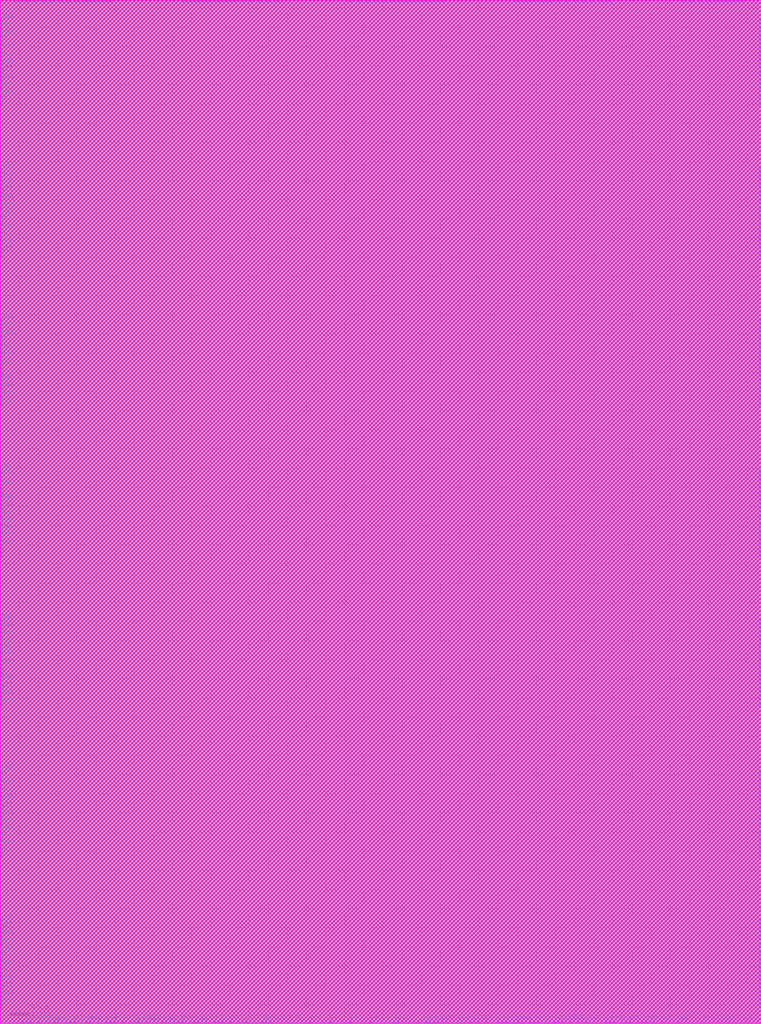
<source format=lef>
# 
#              Synchronous High Speed Single Port SRAM Compiler 
# 
#                    UMC 0.18um GenericII Logic Process
#    __________________________________________________________________________
# 
# 
#      (C) Copyright 2002-2009 Faraday Technology Corp. All Rights Reserved.
#    
#    This source code is an unpublished work belongs to Faraday Technology
#    Corp.  It is considered a trade secret and is not to be divulged or
#    used by parties who have not received written authorization from
#    Faraday Technology Corp.
#    
#    Faraday's home page can be found at:
#    http://www.faraday-tech.com/
#   
#       Module Name      : SUMA_1296
#       Words            : 1296
#       Bits             : 20
#       Byte-Write       : 1
#       Aspect Ratio     : 1
#       Output Loading   : 0.05  (pf)
#       Data Slew        : 0.02  (ns)
#       CK Slew          : 0.02  (ns)
#       Power Ring Width : 2  (um)
# 
# -----------------------------------------------------------------------------
# 
#       Library          : FSA0M_A
#       Memaker          : 200901.2.1
#       Date             : 2024/03/30 23:44:28
# 
# -----------------------------------------------------------------------------


NAMESCASESENSITIVE ON ;
MACRO SUMA_1296
CLASS BLOCK ;
FOREIGN SUMA_1296 0.000 0.000 ;
ORIGIN 0.000 0.000 ;
SIZE 397.420 BY 534.240 ;
SYMMETRY x y r90 ;
SITE core ;
PIN GND
  DIRECTION INOUT ;
  USE GROUND ;
  SHAPE ABUTMENT ;
 PORT
  LAYER ME4 ;
  RECT 396.300 521.700 397.420 524.940 ;
  LAYER ME3 ;
  RECT 396.300 521.700 397.420 524.940 ;
  LAYER ME2 ;
  RECT 396.300 521.700 397.420 524.940 ;
  LAYER ME1 ;
  RECT 396.300 521.700 397.420 524.940 ;
 END
 PORT
  LAYER ME4 ;
  RECT 396.300 513.860 397.420 517.100 ;
  LAYER ME3 ;
  RECT 396.300 513.860 397.420 517.100 ;
  LAYER ME2 ;
  RECT 396.300 513.860 397.420 517.100 ;
  LAYER ME1 ;
  RECT 396.300 513.860 397.420 517.100 ;
 END
 PORT
  LAYER ME4 ;
  RECT 396.300 506.020 397.420 509.260 ;
  LAYER ME3 ;
  RECT 396.300 506.020 397.420 509.260 ;
  LAYER ME2 ;
  RECT 396.300 506.020 397.420 509.260 ;
  LAYER ME1 ;
  RECT 396.300 506.020 397.420 509.260 ;
 END
 PORT
  LAYER ME4 ;
  RECT 396.300 498.180 397.420 501.420 ;
  LAYER ME3 ;
  RECT 396.300 498.180 397.420 501.420 ;
  LAYER ME2 ;
  RECT 396.300 498.180 397.420 501.420 ;
  LAYER ME1 ;
  RECT 396.300 498.180 397.420 501.420 ;
 END
 PORT
  LAYER ME4 ;
  RECT 396.300 490.340 397.420 493.580 ;
  LAYER ME3 ;
  RECT 396.300 490.340 397.420 493.580 ;
  LAYER ME2 ;
  RECT 396.300 490.340 397.420 493.580 ;
  LAYER ME1 ;
  RECT 396.300 490.340 397.420 493.580 ;
 END
 PORT
  LAYER ME4 ;
  RECT 396.300 482.500 397.420 485.740 ;
  LAYER ME3 ;
  RECT 396.300 482.500 397.420 485.740 ;
  LAYER ME2 ;
  RECT 396.300 482.500 397.420 485.740 ;
  LAYER ME1 ;
  RECT 396.300 482.500 397.420 485.740 ;
 END
 PORT
  LAYER ME4 ;
  RECT 396.300 443.300 397.420 446.540 ;
  LAYER ME3 ;
  RECT 396.300 443.300 397.420 446.540 ;
  LAYER ME2 ;
  RECT 396.300 443.300 397.420 446.540 ;
  LAYER ME1 ;
  RECT 396.300 443.300 397.420 446.540 ;
 END
 PORT
  LAYER ME4 ;
  RECT 396.300 435.460 397.420 438.700 ;
  LAYER ME3 ;
  RECT 396.300 435.460 397.420 438.700 ;
  LAYER ME2 ;
  RECT 396.300 435.460 397.420 438.700 ;
  LAYER ME1 ;
  RECT 396.300 435.460 397.420 438.700 ;
 END
 PORT
  LAYER ME4 ;
  RECT 396.300 427.620 397.420 430.860 ;
  LAYER ME3 ;
  RECT 396.300 427.620 397.420 430.860 ;
  LAYER ME2 ;
  RECT 396.300 427.620 397.420 430.860 ;
  LAYER ME1 ;
  RECT 396.300 427.620 397.420 430.860 ;
 END
 PORT
  LAYER ME4 ;
  RECT 396.300 419.780 397.420 423.020 ;
  LAYER ME3 ;
  RECT 396.300 419.780 397.420 423.020 ;
  LAYER ME2 ;
  RECT 396.300 419.780 397.420 423.020 ;
  LAYER ME1 ;
  RECT 396.300 419.780 397.420 423.020 ;
 END
 PORT
  LAYER ME4 ;
  RECT 396.300 411.940 397.420 415.180 ;
  LAYER ME3 ;
  RECT 396.300 411.940 397.420 415.180 ;
  LAYER ME2 ;
  RECT 396.300 411.940 397.420 415.180 ;
  LAYER ME1 ;
  RECT 396.300 411.940 397.420 415.180 ;
 END
 PORT
  LAYER ME4 ;
  RECT 396.300 404.100 397.420 407.340 ;
  LAYER ME3 ;
  RECT 396.300 404.100 397.420 407.340 ;
  LAYER ME2 ;
  RECT 396.300 404.100 397.420 407.340 ;
  LAYER ME1 ;
  RECT 396.300 404.100 397.420 407.340 ;
 END
 PORT
  LAYER ME4 ;
  RECT 396.300 364.900 397.420 368.140 ;
  LAYER ME3 ;
  RECT 396.300 364.900 397.420 368.140 ;
  LAYER ME2 ;
  RECT 396.300 364.900 397.420 368.140 ;
  LAYER ME1 ;
  RECT 396.300 364.900 397.420 368.140 ;
 END
 PORT
  LAYER ME4 ;
  RECT 396.300 357.060 397.420 360.300 ;
  LAYER ME3 ;
  RECT 396.300 357.060 397.420 360.300 ;
  LAYER ME2 ;
  RECT 396.300 357.060 397.420 360.300 ;
  LAYER ME1 ;
  RECT 396.300 357.060 397.420 360.300 ;
 END
 PORT
  LAYER ME4 ;
  RECT 396.300 349.220 397.420 352.460 ;
  LAYER ME3 ;
  RECT 396.300 349.220 397.420 352.460 ;
  LAYER ME2 ;
  RECT 396.300 349.220 397.420 352.460 ;
  LAYER ME1 ;
  RECT 396.300 349.220 397.420 352.460 ;
 END
 PORT
  LAYER ME4 ;
  RECT 396.300 341.380 397.420 344.620 ;
  LAYER ME3 ;
  RECT 396.300 341.380 397.420 344.620 ;
  LAYER ME2 ;
  RECT 396.300 341.380 397.420 344.620 ;
  LAYER ME1 ;
  RECT 396.300 341.380 397.420 344.620 ;
 END
 PORT
  LAYER ME4 ;
  RECT 396.300 333.540 397.420 336.780 ;
  LAYER ME3 ;
  RECT 396.300 333.540 397.420 336.780 ;
  LAYER ME2 ;
  RECT 396.300 333.540 397.420 336.780 ;
  LAYER ME1 ;
  RECT 396.300 333.540 397.420 336.780 ;
 END
 PORT
  LAYER ME4 ;
  RECT 396.300 325.700 397.420 328.940 ;
  LAYER ME3 ;
  RECT 396.300 325.700 397.420 328.940 ;
  LAYER ME2 ;
  RECT 396.300 325.700 397.420 328.940 ;
  LAYER ME1 ;
  RECT 396.300 325.700 397.420 328.940 ;
 END
 PORT
  LAYER ME4 ;
  RECT 396.300 286.500 397.420 289.740 ;
  LAYER ME3 ;
  RECT 396.300 286.500 397.420 289.740 ;
  LAYER ME2 ;
  RECT 396.300 286.500 397.420 289.740 ;
  LAYER ME1 ;
  RECT 396.300 286.500 397.420 289.740 ;
 END
 PORT
  LAYER ME4 ;
  RECT 396.300 278.660 397.420 281.900 ;
  LAYER ME3 ;
  RECT 396.300 278.660 397.420 281.900 ;
  LAYER ME2 ;
  RECT 396.300 278.660 397.420 281.900 ;
  LAYER ME1 ;
  RECT 396.300 278.660 397.420 281.900 ;
 END
 PORT
  LAYER ME4 ;
  RECT 396.300 270.820 397.420 274.060 ;
  LAYER ME3 ;
  RECT 396.300 270.820 397.420 274.060 ;
  LAYER ME2 ;
  RECT 396.300 270.820 397.420 274.060 ;
  LAYER ME1 ;
  RECT 396.300 270.820 397.420 274.060 ;
 END
 PORT
  LAYER ME4 ;
  RECT 396.300 262.980 397.420 266.220 ;
  LAYER ME3 ;
  RECT 396.300 262.980 397.420 266.220 ;
  LAYER ME2 ;
  RECT 396.300 262.980 397.420 266.220 ;
  LAYER ME1 ;
  RECT 396.300 262.980 397.420 266.220 ;
 END
 PORT
  LAYER ME4 ;
  RECT 396.300 255.140 397.420 258.380 ;
  LAYER ME3 ;
  RECT 396.300 255.140 397.420 258.380 ;
  LAYER ME2 ;
  RECT 396.300 255.140 397.420 258.380 ;
  LAYER ME1 ;
  RECT 396.300 255.140 397.420 258.380 ;
 END
 PORT
  LAYER ME4 ;
  RECT 396.300 247.300 397.420 250.540 ;
  LAYER ME3 ;
  RECT 396.300 247.300 397.420 250.540 ;
  LAYER ME2 ;
  RECT 396.300 247.300 397.420 250.540 ;
  LAYER ME1 ;
  RECT 396.300 247.300 397.420 250.540 ;
 END
 PORT
  LAYER ME4 ;
  RECT 396.300 208.100 397.420 211.340 ;
  LAYER ME3 ;
  RECT 396.300 208.100 397.420 211.340 ;
  LAYER ME2 ;
  RECT 396.300 208.100 397.420 211.340 ;
  LAYER ME1 ;
  RECT 396.300 208.100 397.420 211.340 ;
 END
 PORT
  LAYER ME4 ;
  RECT 396.300 200.260 397.420 203.500 ;
  LAYER ME3 ;
  RECT 396.300 200.260 397.420 203.500 ;
  LAYER ME2 ;
  RECT 396.300 200.260 397.420 203.500 ;
  LAYER ME1 ;
  RECT 396.300 200.260 397.420 203.500 ;
 END
 PORT
  LAYER ME4 ;
  RECT 396.300 192.420 397.420 195.660 ;
  LAYER ME3 ;
  RECT 396.300 192.420 397.420 195.660 ;
  LAYER ME2 ;
  RECT 396.300 192.420 397.420 195.660 ;
  LAYER ME1 ;
  RECT 396.300 192.420 397.420 195.660 ;
 END
 PORT
  LAYER ME4 ;
  RECT 396.300 184.580 397.420 187.820 ;
  LAYER ME3 ;
  RECT 396.300 184.580 397.420 187.820 ;
  LAYER ME2 ;
  RECT 396.300 184.580 397.420 187.820 ;
  LAYER ME1 ;
  RECT 396.300 184.580 397.420 187.820 ;
 END
 PORT
  LAYER ME4 ;
  RECT 396.300 176.740 397.420 179.980 ;
  LAYER ME3 ;
  RECT 396.300 176.740 397.420 179.980 ;
  LAYER ME2 ;
  RECT 396.300 176.740 397.420 179.980 ;
  LAYER ME1 ;
  RECT 396.300 176.740 397.420 179.980 ;
 END
 PORT
  LAYER ME4 ;
  RECT 396.300 168.900 397.420 172.140 ;
  LAYER ME3 ;
  RECT 396.300 168.900 397.420 172.140 ;
  LAYER ME2 ;
  RECT 396.300 168.900 397.420 172.140 ;
  LAYER ME1 ;
  RECT 396.300 168.900 397.420 172.140 ;
 END
 PORT
  LAYER ME4 ;
  RECT 396.300 129.700 397.420 132.940 ;
  LAYER ME3 ;
  RECT 396.300 129.700 397.420 132.940 ;
  LAYER ME2 ;
  RECT 396.300 129.700 397.420 132.940 ;
  LAYER ME1 ;
  RECT 396.300 129.700 397.420 132.940 ;
 END
 PORT
  LAYER ME4 ;
  RECT 396.300 121.860 397.420 125.100 ;
  LAYER ME3 ;
  RECT 396.300 121.860 397.420 125.100 ;
  LAYER ME2 ;
  RECT 396.300 121.860 397.420 125.100 ;
  LAYER ME1 ;
  RECT 396.300 121.860 397.420 125.100 ;
 END
 PORT
  LAYER ME4 ;
  RECT 396.300 114.020 397.420 117.260 ;
  LAYER ME3 ;
  RECT 396.300 114.020 397.420 117.260 ;
  LAYER ME2 ;
  RECT 396.300 114.020 397.420 117.260 ;
  LAYER ME1 ;
  RECT 396.300 114.020 397.420 117.260 ;
 END
 PORT
  LAYER ME4 ;
  RECT 396.300 106.180 397.420 109.420 ;
  LAYER ME3 ;
  RECT 396.300 106.180 397.420 109.420 ;
  LAYER ME2 ;
  RECT 396.300 106.180 397.420 109.420 ;
  LAYER ME1 ;
  RECT 396.300 106.180 397.420 109.420 ;
 END
 PORT
  LAYER ME4 ;
  RECT 396.300 98.340 397.420 101.580 ;
  LAYER ME3 ;
  RECT 396.300 98.340 397.420 101.580 ;
  LAYER ME2 ;
  RECT 396.300 98.340 397.420 101.580 ;
  LAYER ME1 ;
  RECT 396.300 98.340 397.420 101.580 ;
 END
 PORT
  LAYER ME4 ;
  RECT 396.300 90.500 397.420 93.740 ;
  LAYER ME3 ;
  RECT 396.300 90.500 397.420 93.740 ;
  LAYER ME2 ;
  RECT 396.300 90.500 397.420 93.740 ;
  LAYER ME1 ;
  RECT 396.300 90.500 397.420 93.740 ;
 END
 PORT
  LAYER ME4 ;
  RECT 396.300 51.300 397.420 54.540 ;
  LAYER ME3 ;
  RECT 396.300 51.300 397.420 54.540 ;
  LAYER ME2 ;
  RECT 396.300 51.300 397.420 54.540 ;
  LAYER ME1 ;
  RECT 396.300 51.300 397.420 54.540 ;
 END
 PORT
  LAYER ME4 ;
  RECT 396.300 43.460 397.420 46.700 ;
  LAYER ME3 ;
  RECT 396.300 43.460 397.420 46.700 ;
  LAYER ME2 ;
  RECT 396.300 43.460 397.420 46.700 ;
  LAYER ME1 ;
  RECT 396.300 43.460 397.420 46.700 ;
 END
 PORT
  LAYER ME4 ;
  RECT 396.300 35.620 397.420 38.860 ;
  LAYER ME3 ;
  RECT 396.300 35.620 397.420 38.860 ;
  LAYER ME2 ;
  RECT 396.300 35.620 397.420 38.860 ;
  LAYER ME1 ;
  RECT 396.300 35.620 397.420 38.860 ;
 END
 PORT
  LAYER ME4 ;
  RECT 396.300 27.780 397.420 31.020 ;
  LAYER ME3 ;
  RECT 396.300 27.780 397.420 31.020 ;
  LAYER ME2 ;
  RECT 396.300 27.780 397.420 31.020 ;
  LAYER ME1 ;
  RECT 396.300 27.780 397.420 31.020 ;
 END
 PORT
  LAYER ME4 ;
  RECT 396.300 19.940 397.420 23.180 ;
  LAYER ME3 ;
  RECT 396.300 19.940 397.420 23.180 ;
  LAYER ME2 ;
  RECT 396.300 19.940 397.420 23.180 ;
  LAYER ME1 ;
  RECT 396.300 19.940 397.420 23.180 ;
 END
 PORT
  LAYER ME4 ;
  RECT 396.300 12.100 397.420 15.340 ;
  LAYER ME3 ;
  RECT 396.300 12.100 397.420 15.340 ;
  LAYER ME2 ;
  RECT 396.300 12.100 397.420 15.340 ;
  LAYER ME1 ;
  RECT 396.300 12.100 397.420 15.340 ;
 END
 PORT
  LAYER ME4 ;
  RECT 0.000 521.700 1.120 524.940 ;
  LAYER ME3 ;
  RECT 0.000 521.700 1.120 524.940 ;
  LAYER ME2 ;
  RECT 0.000 521.700 1.120 524.940 ;
  LAYER ME1 ;
  RECT 0.000 521.700 1.120 524.940 ;
 END
 PORT
  LAYER ME4 ;
  RECT 0.000 513.860 1.120 517.100 ;
  LAYER ME3 ;
  RECT 0.000 513.860 1.120 517.100 ;
  LAYER ME2 ;
  RECT 0.000 513.860 1.120 517.100 ;
  LAYER ME1 ;
  RECT 0.000 513.860 1.120 517.100 ;
 END
 PORT
  LAYER ME4 ;
  RECT 0.000 506.020 1.120 509.260 ;
  LAYER ME3 ;
  RECT 0.000 506.020 1.120 509.260 ;
  LAYER ME2 ;
  RECT 0.000 506.020 1.120 509.260 ;
  LAYER ME1 ;
  RECT 0.000 506.020 1.120 509.260 ;
 END
 PORT
  LAYER ME4 ;
  RECT 0.000 498.180 1.120 501.420 ;
  LAYER ME3 ;
  RECT 0.000 498.180 1.120 501.420 ;
  LAYER ME2 ;
  RECT 0.000 498.180 1.120 501.420 ;
  LAYER ME1 ;
  RECT 0.000 498.180 1.120 501.420 ;
 END
 PORT
  LAYER ME4 ;
  RECT 0.000 490.340 1.120 493.580 ;
  LAYER ME3 ;
  RECT 0.000 490.340 1.120 493.580 ;
  LAYER ME2 ;
  RECT 0.000 490.340 1.120 493.580 ;
  LAYER ME1 ;
  RECT 0.000 490.340 1.120 493.580 ;
 END
 PORT
  LAYER ME4 ;
  RECT 0.000 482.500 1.120 485.740 ;
  LAYER ME3 ;
  RECT 0.000 482.500 1.120 485.740 ;
  LAYER ME2 ;
  RECT 0.000 482.500 1.120 485.740 ;
  LAYER ME1 ;
  RECT 0.000 482.500 1.120 485.740 ;
 END
 PORT
  LAYER ME4 ;
  RECT 0.000 443.300 1.120 446.540 ;
  LAYER ME3 ;
  RECT 0.000 443.300 1.120 446.540 ;
  LAYER ME2 ;
  RECT 0.000 443.300 1.120 446.540 ;
  LAYER ME1 ;
  RECT 0.000 443.300 1.120 446.540 ;
 END
 PORT
  LAYER ME4 ;
  RECT 0.000 435.460 1.120 438.700 ;
  LAYER ME3 ;
  RECT 0.000 435.460 1.120 438.700 ;
  LAYER ME2 ;
  RECT 0.000 435.460 1.120 438.700 ;
  LAYER ME1 ;
  RECT 0.000 435.460 1.120 438.700 ;
 END
 PORT
  LAYER ME4 ;
  RECT 0.000 427.620 1.120 430.860 ;
  LAYER ME3 ;
  RECT 0.000 427.620 1.120 430.860 ;
  LAYER ME2 ;
  RECT 0.000 427.620 1.120 430.860 ;
  LAYER ME1 ;
  RECT 0.000 427.620 1.120 430.860 ;
 END
 PORT
  LAYER ME4 ;
  RECT 0.000 419.780 1.120 423.020 ;
  LAYER ME3 ;
  RECT 0.000 419.780 1.120 423.020 ;
  LAYER ME2 ;
  RECT 0.000 419.780 1.120 423.020 ;
  LAYER ME1 ;
  RECT 0.000 419.780 1.120 423.020 ;
 END
 PORT
  LAYER ME4 ;
  RECT 0.000 411.940 1.120 415.180 ;
  LAYER ME3 ;
  RECT 0.000 411.940 1.120 415.180 ;
  LAYER ME2 ;
  RECT 0.000 411.940 1.120 415.180 ;
  LAYER ME1 ;
  RECT 0.000 411.940 1.120 415.180 ;
 END
 PORT
  LAYER ME4 ;
  RECT 0.000 404.100 1.120 407.340 ;
  LAYER ME3 ;
  RECT 0.000 404.100 1.120 407.340 ;
  LAYER ME2 ;
  RECT 0.000 404.100 1.120 407.340 ;
  LAYER ME1 ;
  RECT 0.000 404.100 1.120 407.340 ;
 END
 PORT
  LAYER ME4 ;
  RECT 0.000 364.900 1.120 368.140 ;
  LAYER ME3 ;
  RECT 0.000 364.900 1.120 368.140 ;
  LAYER ME2 ;
  RECT 0.000 364.900 1.120 368.140 ;
  LAYER ME1 ;
  RECT 0.000 364.900 1.120 368.140 ;
 END
 PORT
  LAYER ME4 ;
  RECT 0.000 357.060 1.120 360.300 ;
  LAYER ME3 ;
  RECT 0.000 357.060 1.120 360.300 ;
  LAYER ME2 ;
  RECT 0.000 357.060 1.120 360.300 ;
  LAYER ME1 ;
  RECT 0.000 357.060 1.120 360.300 ;
 END
 PORT
  LAYER ME4 ;
  RECT 0.000 349.220 1.120 352.460 ;
  LAYER ME3 ;
  RECT 0.000 349.220 1.120 352.460 ;
  LAYER ME2 ;
  RECT 0.000 349.220 1.120 352.460 ;
  LAYER ME1 ;
  RECT 0.000 349.220 1.120 352.460 ;
 END
 PORT
  LAYER ME4 ;
  RECT 0.000 341.380 1.120 344.620 ;
  LAYER ME3 ;
  RECT 0.000 341.380 1.120 344.620 ;
  LAYER ME2 ;
  RECT 0.000 341.380 1.120 344.620 ;
  LAYER ME1 ;
  RECT 0.000 341.380 1.120 344.620 ;
 END
 PORT
  LAYER ME4 ;
  RECT 0.000 333.540 1.120 336.780 ;
  LAYER ME3 ;
  RECT 0.000 333.540 1.120 336.780 ;
  LAYER ME2 ;
  RECT 0.000 333.540 1.120 336.780 ;
  LAYER ME1 ;
  RECT 0.000 333.540 1.120 336.780 ;
 END
 PORT
  LAYER ME4 ;
  RECT 0.000 325.700 1.120 328.940 ;
  LAYER ME3 ;
  RECT 0.000 325.700 1.120 328.940 ;
  LAYER ME2 ;
  RECT 0.000 325.700 1.120 328.940 ;
  LAYER ME1 ;
  RECT 0.000 325.700 1.120 328.940 ;
 END
 PORT
  LAYER ME4 ;
  RECT 0.000 286.500 1.120 289.740 ;
  LAYER ME3 ;
  RECT 0.000 286.500 1.120 289.740 ;
  LAYER ME2 ;
  RECT 0.000 286.500 1.120 289.740 ;
  LAYER ME1 ;
  RECT 0.000 286.500 1.120 289.740 ;
 END
 PORT
  LAYER ME4 ;
  RECT 0.000 278.660 1.120 281.900 ;
  LAYER ME3 ;
  RECT 0.000 278.660 1.120 281.900 ;
  LAYER ME2 ;
  RECT 0.000 278.660 1.120 281.900 ;
  LAYER ME1 ;
  RECT 0.000 278.660 1.120 281.900 ;
 END
 PORT
  LAYER ME4 ;
  RECT 0.000 270.820 1.120 274.060 ;
  LAYER ME3 ;
  RECT 0.000 270.820 1.120 274.060 ;
  LAYER ME2 ;
  RECT 0.000 270.820 1.120 274.060 ;
  LAYER ME1 ;
  RECT 0.000 270.820 1.120 274.060 ;
 END
 PORT
  LAYER ME4 ;
  RECT 0.000 262.980 1.120 266.220 ;
  LAYER ME3 ;
  RECT 0.000 262.980 1.120 266.220 ;
  LAYER ME2 ;
  RECT 0.000 262.980 1.120 266.220 ;
  LAYER ME1 ;
  RECT 0.000 262.980 1.120 266.220 ;
 END
 PORT
  LAYER ME4 ;
  RECT 0.000 255.140 1.120 258.380 ;
  LAYER ME3 ;
  RECT 0.000 255.140 1.120 258.380 ;
  LAYER ME2 ;
  RECT 0.000 255.140 1.120 258.380 ;
  LAYER ME1 ;
  RECT 0.000 255.140 1.120 258.380 ;
 END
 PORT
  LAYER ME4 ;
  RECT 0.000 247.300 1.120 250.540 ;
  LAYER ME3 ;
  RECT 0.000 247.300 1.120 250.540 ;
  LAYER ME2 ;
  RECT 0.000 247.300 1.120 250.540 ;
  LAYER ME1 ;
  RECT 0.000 247.300 1.120 250.540 ;
 END
 PORT
  LAYER ME4 ;
  RECT 0.000 208.100 1.120 211.340 ;
  LAYER ME3 ;
  RECT 0.000 208.100 1.120 211.340 ;
  LAYER ME2 ;
  RECT 0.000 208.100 1.120 211.340 ;
  LAYER ME1 ;
  RECT 0.000 208.100 1.120 211.340 ;
 END
 PORT
  LAYER ME4 ;
  RECT 0.000 200.260 1.120 203.500 ;
  LAYER ME3 ;
  RECT 0.000 200.260 1.120 203.500 ;
  LAYER ME2 ;
  RECT 0.000 200.260 1.120 203.500 ;
  LAYER ME1 ;
  RECT 0.000 200.260 1.120 203.500 ;
 END
 PORT
  LAYER ME4 ;
  RECT 0.000 192.420 1.120 195.660 ;
  LAYER ME3 ;
  RECT 0.000 192.420 1.120 195.660 ;
  LAYER ME2 ;
  RECT 0.000 192.420 1.120 195.660 ;
  LAYER ME1 ;
  RECT 0.000 192.420 1.120 195.660 ;
 END
 PORT
  LAYER ME4 ;
  RECT 0.000 184.580 1.120 187.820 ;
  LAYER ME3 ;
  RECT 0.000 184.580 1.120 187.820 ;
  LAYER ME2 ;
  RECT 0.000 184.580 1.120 187.820 ;
  LAYER ME1 ;
  RECT 0.000 184.580 1.120 187.820 ;
 END
 PORT
  LAYER ME4 ;
  RECT 0.000 176.740 1.120 179.980 ;
  LAYER ME3 ;
  RECT 0.000 176.740 1.120 179.980 ;
  LAYER ME2 ;
  RECT 0.000 176.740 1.120 179.980 ;
  LAYER ME1 ;
  RECT 0.000 176.740 1.120 179.980 ;
 END
 PORT
  LAYER ME4 ;
  RECT 0.000 168.900 1.120 172.140 ;
  LAYER ME3 ;
  RECT 0.000 168.900 1.120 172.140 ;
  LAYER ME2 ;
  RECT 0.000 168.900 1.120 172.140 ;
  LAYER ME1 ;
  RECT 0.000 168.900 1.120 172.140 ;
 END
 PORT
  LAYER ME4 ;
  RECT 0.000 129.700 1.120 132.940 ;
  LAYER ME3 ;
  RECT 0.000 129.700 1.120 132.940 ;
  LAYER ME2 ;
  RECT 0.000 129.700 1.120 132.940 ;
  LAYER ME1 ;
  RECT 0.000 129.700 1.120 132.940 ;
 END
 PORT
  LAYER ME4 ;
  RECT 0.000 121.860 1.120 125.100 ;
  LAYER ME3 ;
  RECT 0.000 121.860 1.120 125.100 ;
  LAYER ME2 ;
  RECT 0.000 121.860 1.120 125.100 ;
  LAYER ME1 ;
  RECT 0.000 121.860 1.120 125.100 ;
 END
 PORT
  LAYER ME4 ;
  RECT 0.000 114.020 1.120 117.260 ;
  LAYER ME3 ;
  RECT 0.000 114.020 1.120 117.260 ;
  LAYER ME2 ;
  RECT 0.000 114.020 1.120 117.260 ;
  LAYER ME1 ;
  RECT 0.000 114.020 1.120 117.260 ;
 END
 PORT
  LAYER ME4 ;
  RECT 0.000 106.180 1.120 109.420 ;
  LAYER ME3 ;
  RECT 0.000 106.180 1.120 109.420 ;
  LAYER ME2 ;
  RECT 0.000 106.180 1.120 109.420 ;
  LAYER ME1 ;
  RECT 0.000 106.180 1.120 109.420 ;
 END
 PORT
  LAYER ME4 ;
  RECT 0.000 98.340 1.120 101.580 ;
  LAYER ME3 ;
  RECT 0.000 98.340 1.120 101.580 ;
  LAYER ME2 ;
  RECT 0.000 98.340 1.120 101.580 ;
  LAYER ME1 ;
  RECT 0.000 98.340 1.120 101.580 ;
 END
 PORT
  LAYER ME4 ;
  RECT 0.000 90.500 1.120 93.740 ;
  LAYER ME3 ;
  RECT 0.000 90.500 1.120 93.740 ;
  LAYER ME2 ;
  RECT 0.000 90.500 1.120 93.740 ;
  LAYER ME1 ;
  RECT 0.000 90.500 1.120 93.740 ;
 END
 PORT
  LAYER ME4 ;
  RECT 0.000 51.300 1.120 54.540 ;
  LAYER ME3 ;
  RECT 0.000 51.300 1.120 54.540 ;
  LAYER ME2 ;
  RECT 0.000 51.300 1.120 54.540 ;
  LAYER ME1 ;
  RECT 0.000 51.300 1.120 54.540 ;
 END
 PORT
  LAYER ME4 ;
  RECT 0.000 43.460 1.120 46.700 ;
  LAYER ME3 ;
  RECT 0.000 43.460 1.120 46.700 ;
  LAYER ME2 ;
  RECT 0.000 43.460 1.120 46.700 ;
  LAYER ME1 ;
  RECT 0.000 43.460 1.120 46.700 ;
 END
 PORT
  LAYER ME4 ;
  RECT 0.000 35.620 1.120 38.860 ;
  LAYER ME3 ;
  RECT 0.000 35.620 1.120 38.860 ;
  LAYER ME2 ;
  RECT 0.000 35.620 1.120 38.860 ;
  LAYER ME1 ;
  RECT 0.000 35.620 1.120 38.860 ;
 END
 PORT
  LAYER ME4 ;
  RECT 0.000 27.780 1.120 31.020 ;
  LAYER ME3 ;
  RECT 0.000 27.780 1.120 31.020 ;
  LAYER ME2 ;
  RECT 0.000 27.780 1.120 31.020 ;
  LAYER ME1 ;
  RECT 0.000 27.780 1.120 31.020 ;
 END
 PORT
  LAYER ME4 ;
  RECT 0.000 19.940 1.120 23.180 ;
  LAYER ME3 ;
  RECT 0.000 19.940 1.120 23.180 ;
  LAYER ME2 ;
  RECT 0.000 19.940 1.120 23.180 ;
  LAYER ME1 ;
  RECT 0.000 19.940 1.120 23.180 ;
 END
 PORT
  LAYER ME4 ;
  RECT 0.000 12.100 1.120 15.340 ;
  LAYER ME3 ;
  RECT 0.000 12.100 1.120 15.340 ;
  LAYER ME2 ;
  RECT 0.000 12.100 1.120 15.340 ;
  LAYER ME1 ;
  RECT 0.000 12.100 1.120 15.340 ;
 END
 PORT
  LAYER ME4 ;
  RECT 385.420 533.120 388.960 534.240 ;
  LAYER ME3 ;
  RECT 385.420 533.120 388.960 534.240 ;
  LAYER ME2 ;
  RECT 385.420 533.120 388.960 534.240 ;
  LAYER ME1 ;
  RECT 385.420 533.120 388.960 534.240 ;
 END
 PORT
  LAYER ME4 ;
  RECT 376.740 533.120 380.280 534.240 ;
  LAYER ME3 ;
  RECT 376.740 533.120 380.280 534.240 ;
  LAYER ME2 ;
  RECT 376.740 533.120 380.280 534.240 ;
  LAYER ME1 ;
  RECT 376.740 533.120 380.280 534.240 ;
 END
 PORT
  LAYER ME4 ;
  RECT 368.060 533.120 371.600 534.240 ;
  LAYER ME3 ;
  RECT 368.060 533.120 371.600 534.240 ;
  LAYER ME2 ;
  RECT 368.060 533.120 371.600 534.240 ;
  LAYER ME1 ;
  RECT 368.060 533.120 371.600 534.240 ;
 END
 PORT
  LAYER ME4 ;
  RECT 359.380 533.120 362.920 534.240 ;
  LAYER ME3 ;
  RECT 359.380 533.120 362.920 534.240 ;
  LAYER ME2 ;
  RECT 359.380 533.120 362.920 534.240 ;
  LAYER ME1 ;
  RECT 359.380 533.120 362.920 534.240 ;
 END
 PORT
  LAYER ME4 ;
  RECT 315.980 533.120 319.520 534.240 ;
  LAYER ME3 ;
  RECT 315.980 533.120 319.520 534.240 ;
  LAYER ME2 ;
  RECT 315.980 533.120 319.520 534.240 ;
  LAYER ME1 ;
  RECT 315.980 533.120 319.520 534.240 ;
 END
 PORT
  LAYER ME4 ;
  RECT 307.300 533.120 310.840 534.240 ;
  LAYER ME3 ;
  RECT 307.300 533.120 310.840 534.240 ;
  LAYER ME2 ;
  RECT 307.300 533.120 310.840 534.240 ;
  LAYER ME1 ;
  RECT 307.300 533.120 310.840 534.240 ;
 END
 PORT
  LAYER ME4 ;
  RECT 298.620 533.120 302.160 534.240 ;
  LAYER ME3 ;
  RECT 298.620 533.120 302.160 534.240 ;
  LAYER ME2 ;
  RECT 298.620 533.120 302.160 534.240 ;
  LAYER ME1 ;
  RECT 298.620 533.120 302.160 534.240 ;
 END
 PORT
  LAYER ME4 ;
  RECT 289.940 533.120 293.480 534.240 ;
  LAYER ME3 ;
  RECT 289.940 533.120 293.480 534.240 ;
  LAYER ME2 ;
  RECT 289.940 533.120 293.480 534.240 ;
  LAYER ME1 ;
  RECT 289.940 533.120 293.480 534.240 ;
 END
 PORT
  LAYER ME4 ;
  RECT 281.260 533.120 284.800 534.240 ;
  LAYER ME3 ;
  RECT 281.260 533.120 284.800 534.240 ;
  LAYER ME2 ;
  RECT 281.260 533.120 284.800 534.240 ;
  LAYER ME1 ;
  RECT 281.260 533.120 284.800 534.240 ;
 END
 PORT
  LAYER ME4 ;
  RECT 272.580 533.120 276.120 534.240 ;
  LAYER ME3 ;
  RECT 272.580 533.120 276.120 534.240 ;
  LAYER ME2 ;
  RECT 272.580 533.120 276.120 534.240 ;
  LAYER ME1 ;
  RECT 272.580 533.120 276.120 534.240 ;
 END
 PORT
  LAYER ME4 ;
  RECT 229.180 533.120 232.720 534.240 ;
  LAYER ME3 ;
  RECT 229.180 533.120 232.720 534.240 ;
  LAYER ME2 ;
  RECT 229.180 533.120 232.720 534.240 ;
  LAYER ME1 ;
  RECT 229.180 533.120 232.720 534.240 ;
 END
 PORT
  LAYER ME4 ;
  RECT 220.500 533.120 224.040 534.240 ;
  LAYER ME3 ;
  RECT 220.500 533.120 224.040 534.240 ;
  LAYER ME2 ;
  RECT 220.500 533.120 224.040 534.240 ;
  LAYER ME1 ;
  RECT 220.500 533.120 224.040 534.240 ;
 END
 PORT
  LAYER ME4 ;
  RECT 211.820 533.120 215.360 534.240 ;
  LAYER ME3 ;
  RECT 211.820 533.120 215.360 534.240 ;
  LAYER ME2 ;
  RECT 211.820 533.120 215.360 534.240 ;
  LAYER ME1 ;
  RECT 211.820 533.120 215.360 534.240 ;
 END
 PORT
  LAYER ME4 ;
  RECT 203.140 533.120 206.680 534.240 ;
  LAYER ME3 ;
  RECT 203.140 533.120 206.680 534.240 ;
  LAYER ME2 ;
  RECT 203.140 533.120 206.680 534.240 ;
  LAYER ME1 ;
  RECT 203.140 533.120 206.680 534.240 ;
 END
 PORT
  LAYER ME4 ;
  RECT 194.460 533.120 198.000 534.240 ;
  LAYER ME3 ;
  RECT 194.460 533.120 198.000 534.240 ;
  LAYER ME2 ;
  RECT 194.460 533.120 198.000 534.240 ;
  LAYER ME1 ;
  RECT 194.460 533.120 198.000 534.240 ;
 END
 PORT
  LAYER ME4 ;
  RECT 185.780 533.120 189.320 534.240 ;
  LAYER ME3 ;
  RECT 185.780 533.120 189.320 534.240 ;
  LAYER ME2 ;
  RECT 185.780 533.120 189.320 534.240 ;
  LAYER ME1 ;
  RECT 185.780 533.120 189.320 534.240 ;
 END
 PORT
  LAYER ME4 ;
  RECT 142.380 533.120 145.920 534.240 ;
  LAYER ME3 ;
  RECT 142.380 533.120 145.920 534.240 ;
  LAYER ME2 ;
  RECT 142.380 533.120 145.920 534.240 ;
  LAYER ME1 ;
  RECT 142.380 533.120 145.920 534.240 ;
 END
 PORT
  LAYER ME4 ;
  RECT 133.700 533.120 137.240 534.240 ;
  LAYER ME3 ;
  RECT 133.700 533.120 137.240 534.240 ;
  LAYER ME2 ;
  RECT 133.700 533.120 137.240 534.240 ;
  LAYER ME1 ;
  RECT 133.700 533.120 137.240 534.240 ;
 END
 PORT
  LAYER ME4 ;
  RECT 125.020 533.120 128.560 534.240 ;
  LAYER ME3 ;
  RECT 125.020 533.120 128.560 534.240 ;
  LAYER ME2 ;
  RECT 125.020 533.120 128.560 534.240 ;
  LAYER ME1 ;
  RECT 125.020 533.120 128.560 534.240 ;
 END
 PORT
  LAYER ME4 ;
  RECT 116.340 533.120 119.880 534.240 ;
  LAYER ME3 ;
  RECT 116.340 533.120 119.880 534.240 ;
  LAYER ME2 ;
  RECT 116.340 533.120 119.880 534.240 ;
  LAYER ME1 ;
  RECT 116.340 533.120 119.880 534.240 ;
 END
 PORT
  LAYER ME4 ;
  RECT 107.660 533.120 111.200 534.240 ;
  LAYER ME3 ;
  RECT 107.660 533.120 111.200 534.240 ;
  LAYER ME2 ;
  RECT 107.660 533.120 111.200 534.240 ;
  LAYER ME1 ;
  RECT 107.660 533.120 111.200 534.240 ;
 END
 PORT
  LAYER ME4 ;
  RECT 98.980 533.120 102.520 534.240 ;
  LAYER ME3 ;
  RECT 98.980 533.120 102.520 534.240 ;
  LAYER ME2 ;
  RECT 98.980 533.120 102.520 534.240 ;
  LAYER ME1 ;
  RECT 98.980 533.120 102.520 534.240 ;
 END
 PORT
  LAYER ME4 ;
  RECT 55.580 533.120 59.120 534.240 ;
  LAYER ME3 ;
  RECT 55.580 533.120 59.120 534.240 ;
  LAYER ME2 ;
  RECT 55.580 533.120 59.120 534.240 ;
  LAYER ME1 ;
  RECT 55.580 533.120 59.120 534.240 ;
 END
 PORT
  LAYER ME4 ;
  RECT 46.900 533.120 50.440 534.240 ;
  LAYER ME3 ;
  RECT 46.900 533.120 50.440 534.240 ;
  LAYER ME2 ;
  RECT 46.900 533.120 50.440 534.240 ;
  LAYER ME1 ;
  RECT 46.900 533.120 50.440 534.240 ;
 END
 PORT
  LAYER ME4 ;
  RECT 38.220 533.120 41.760 534.240 ;
  LAYER ME3 ;
  RECT 38.220 533.120 41.760 534.240 ;
  LAYER ME2 ;
  RECT 38.220 533.120 41.760 534.240 ;
  LAYER ME1 ;
  RECT 38.220 533.120 41.760 534.240 ;
 END
 PORT
  LAYER ME4 ;
  RECT 29.540 533.120 33.080 534.240 ;
  LAYER ME3 ;
  RECT 29.540 533.120 33.080 534.240 ;
  LAYER ME2 ;
  RECT 29.540 533.120 33.080 534.240 ;
  LAYER ME1 ;
  RECT 29.540 533.120 33.080 534.240 ;
 END
 PORT
  LAYER ME4 ;
  RECT 20.860 533.120 24.400 534.240 ;
  LAYER ME3 ;
  RECT 20.860 533.120 24.400 534.240 ;
  LAYER ME2 ;
  RECT 20.860 533.120 24.400 534.240 ;
  LAYER ME1 ;
  RECT 20.860 533.120 24.400 534.240 ;
 END
 PORT
  LAYER ME4 ;
  RECT 12.180 533.120 15.720 534.240 ;
  LAYER ME3 ;
  RECT 12.180 533.120 15.720 534.240 ;
  LAYER ME2 ;
  RECT 12.180 533.120 15.720 534.240 ;
  LAYER ME1 ;
  RECT 12.180 533.120 15.720 534.240 ;
 END
 PORT
  LAYER ME4 ;
  RECT 334.580 0.000 338.120 1.120 ;
  LAYER ME3 ;
  RECT 334.580 0.000 338.120 1.120 ;
  LAYER ME2 ;
  RECT 334.580 0.000 338.120 1.120 ;
  LAYER ME1 ;
  RECT 334.580 0.000 338.120 1.120 ;
 END
 PORT
  LAYER ME4 ;
  RECT 317.840 0.000 321.380 1.120 ;
  LAYER ME3 ;
  RECT 317.840 0.000 321.380 1.120 ;
  LAYER ME2 ;
  RECT 317.840 0.000 321.380 1.120 ;
  LAYER ME1 ;
  RECT 317.840 0.000 321.380 1.120 ;
 END
 PORT
  LAYER ME4 ;
  RECT 291.180 0.000 294.720 1.120 ;
  LAYER ME3 ;
  RECT 291.180 0.000 294.720 1.120 ;
  LAYER ME2 ;
  RECT 291.180 0.000 294.720 1.120 ;
  LAYER ME1 ;
  RECT 291.180 0.000 294.720 1.120 ;
 END
 PORT
  LAYER ME4 ;
  RECT 269.480 0.000 273.020 1.120 ;
  LAYER ME3 ;
  RECT 269.480 0.000 273.020 1.120 ;
  LAYER ME2 ;
  RECT 269.480 0.000 273.020 1.120 ;
  LAYER ME1 ;
  RECT 269.480 0.000 273.020 1.120 ;
 END
 PORT
  LAYER ME4 ;
  RECT 247.780 0.000 251.320 1.120 ;
  LAYER ME3 ;
  RECT 247.780 0.000 251.320 1.120 ;
  LAYER ME2 ;
  RECT 247.780 0.000 251.320 1.120 ;
  LAYER ME1 ;
  RECT 247.780 0.000 251.320 1.120 ;
 END
 PORT
  LAYER ME4 ;
  RECT 221.120 0.000 224.660 1.120 ;
  LAYER ME3 ;
  RECT 221.120 0.000 224.660 1.120 ;
  LAYER ME2 ;
  RECT 221.120 0.000 224.660 1.120 ;
  LAYER ME1 ;
  RECT 221.120 0.000 224.660 1.120 ;
 END
 PORT
  LAYER ME4 ;
  RECT 135.560 0.000 139.100 1.120 ;
  LAYER ME3 ;
  RECT 135.560 0.000 139.100 1.120 ;
  LAYER ME2 ;
  RECT 135.560 0.000 139.100 1.120 ;
  LAYER ME1 ;
  RECT 135.560 0.000 139.100 1.120 ;
 END
 PORT
  LAYER ME4 ;
  RECT 113.860 0.000 117.400 1.120 ;
  LAYER ME3 ;
  RECT 113.860 0.000 117.400 1.120 ;
  LAYER ME2 ;
  RECT 113.860 0.000 117.400 1.120 ;
  LAYER ME1 ;
  RECT 113.860 0.000 117.400 1.120 ;
 END
 PORT
  LAYER ME4 ;
  RECT 92.160 0.000 95.700 1.120 ;
  LAYER ME3 ;
  RECT 92.160 0.000 95.700 1.120 ;
  LAYER ME2 ;
  RECT 92.160 0.000 95.700 1.120 ;
  LAYER ME1 ;
  RECT 92.160 0.000 95.700 1.120 ;
 END
 PORT
  LAYER ME4 ;
  RECT 70.460 0.000 74.000 1.120 ;
  LAYER ME3 ;
  RECT 70.460 0.000 74.000 1.120 ;
  LAYER ME2 ;
  RECT 70.460 0.000 74.000 1.120 ;
  LAYER ME1 ;
  RECT 70.460 0.000 74.000 1.120 ;
 END
 PORT
  LAYER ME4 ;
  RECT 43.800 0.000 47.340 1.120 ;
  LAYER ME3 ;
  RECT 43.800 0.000 47.340 1.120 ;
  LAYER ME2 ;
  RECT 43.800 0.000 47.340 1.120 ;
  LAYER ME1 ;
  RECT 43.800 0.000 47.340 1.120 ;
 END
 PORT
  LAYER ME4 ;
  RECT 27.060 0.000 30.600 1.120 ;
  LAYER ME3 ;
  RECT 27.060 0.000 30.600 1.120 ;
  LAYER ME2 ;
  RECT 27.060 0.000 30.600 1.120 ;
  LAYER ME1 ;
  RECT 27.060 0.000 30.600 1.120 ;
 END
END GND
PIN VCC
  DIRECTION INOUT ;
  USE POWER ;
  SHAPE ABUTMENT ;
 PORT
  LAYER ME4 ;
  RECT 396.300 517.780 397.420 521.020 ;
  LAYER ME3 ;
  RECT 396.300 517.780 397.420 521.020 ;
  LAYER ME2 ;
  RECT 396.300 517.780 397.420 521.020 ;
  LAYER ME1 ;
  RECT 396.300 517.780 397.420 521.020 ;
 END
 PORT
  LAYER ME4 ;
  RECT 396.300 509.940 397.420 513.180 ;
  LAYER ME3 ;
  RECT 396.300 509.940 397.420 513.180 ;
  LAYER ME2 ;
  RECT 396.300 509.940 397.420 513.180 ;
  LAYER ME1 ;
  RECT 396.300 509.940 397.420 513.180 ;
 END
 PORT
  LAYER ME4 ;
  RECT 396.300 502.100 397.420 505.340 ;
  LAYER ME3 ;
  RECT 396.300 502.100 397.420 505.340 ;
  LAYER ME2 ;
  RECT 396.300 502.100 397.420 505.340 ;
  LAYER ME1 ;
  RECT 396.300 502.100 397.420 505.340 ;
 END
 PORT
  LAYER ME4 ;
  RECT 396.300 494.260 397.420 497.500 ;
  LAYER ME3 ;
  RECT 396.300 494.260 397.420 497.500 ;
  LAYER ME2 ;
  RECT 396.300 494.260 397.420 497.500 ;
  LAYER ME1 ;
  RECT 396.300 494.260 397.420 497.500 ;
 END
 PORT
  LAYER ME4 ;
  RECT 396.300 486.420 397.420 489.660 ;
  LAYER ME3 ;
  RECT 396.300 486.420 397.420 489.660 ;
  LAYER ME2 ;
  RECT 396.300 486.420 397.420 489.660 ;
  LAYER ME1 ;
  RECT 396.300 486.420 397.420 489.660 ;
 END
 PORT
  LAYER ME4 ;
  RECT 396.300 478.580 397.420 481.820 ;
  LAYER ME3 ;
  RECT 396.300 478.580 397.420 481.820 ;
  LAYER ME2 ;
  RECT 396.300 478.580 397.420 481.820 ;
  LAYER ME1 ;
  RECT 396.300 478.580 397.420 481.820 ;
 END
 PORT
  LAYER ME4 ;
  RECT 396.300 439.380 397.420 442.620 ;
  LAYER ME3 ;
  RECT 396.300 439.380 397.420 442.620 ;
  LAYER ME2 ;
  RECT 396.300 439.380 397.420 442.620 ;
  LAYER ME1 ;
  RECT 396.300 439.380 397.420 442.620 ;
 END
 PORT
  LAYER ME4 ;
  RECT 396.300 431.540 397.420 434.780 ;
  LAYER ME3 ;
  RECT 396.300 431.540 397.420 434.780 ;
  LAYER ME2 ;
  RECT 396.300 431.540 397.420 434.780 ;
  LAYER ME1 ;
  RECT 396.300 431.540 397.420 434.780 ;
 END
 PORT
  LAYER ME4 ;
  RECT 396.300 423.700 397.420 426.940 ;
  LAYER ME3 ;
  RECT 396.300 423.700 397.420 426.940 ;
  LAYER ME2 ;
  RECT 396.300 423.700 397.420 426.940 ;
  LAYER ME1 ;
  RECT 396.300 423.700 397.420 426.940 ;
 END
 PORT
  LAYER ME4 ;
  RECT 396.300 415.860 397.420 419.100 ;
  LAYER ME3 ;
  RECT 396.300 415.860 397.420 419.100 ;
  LAYER ME2 ;
  RECT 396.300 415.860 397.420 419.100 ;
  LAYER ME1 ;
  RECT 396.300 415.860 397.420 419.100 ;
 END
 PORT
  LAYER ME4 ;
  RECT 396.300 408.020 397.420 411.260 ;
  LAYER ME3 ;
  RECT 396.300 408.020 397.420 411.260 ;
  LAYER ME2 ;
  RECT 396.300 408.020 397.420 411.260 ;
  LAYER ME1 ;
  RECT 396.300 408.020 397.420 411.260 ;
 END
 PORT
  LAYER ME4 ;
  RECT 396.300 400.180 397.420 403.420 ;
  LAYER ME3 ;
  RECT 396.300 400.180 397.420 403.420 ;
  LAYER ME2 ;
  RECT 396.300 400.180 397.420 403.420 ;
  LAYER ME1 ;
  RECT 396.300 400.180 397.420 403.420 ;
 END
 PORT
  LAYER ME4 ;
  RECT 396.300 360.980 397.420 364.220 ;
  LAYER ME3 ;
  RECT 396.300 360.980 397.420 364.220 ;
  LAYER ME2 ;
  RECT 396.300 360.980 397.420 364.220 ;
  LAYER ME1 ;
  RECT 396.300 360.980 397.420 364.220 ;
 END
 PORT
  LAYER ME4 ;
  RECT 396.300 353.140 397.420 356.380 ;
  LAYER ME3 ;
  RECT 396.300 353.140 397.420 356.380 ;
  LAYER ME2 ;
  RECT 396.300 353.140 397.420 356.380 ;
  LAYER ME1 ;
  RECT 396.300 353.140 397.420 356.380 ;
 END
 PORT
  LAYER ME4 ;
  RECT 396.300 345.300 397.420 348.540 ;
  LAYER ME3 ;
  RECT 396.300 345.300 397.420 348.540 ;
  LAYER ME2 ;
  RECT 396.300 345.300 397.420 348.540 ;
  LAYER ME1 ;
  RECT 396.300 345.300 397.420 348.540 ;
 END
 PORT
  LAYER ME4 ;
  RECT 396.300 337.460 397.420 340.700 ;
  LAYER ME3 ;
  RECT 396.300 337.460 397.420 340.700 ;
  LAYER ME2 ;
  RECT 396.300 337.460 397.420 340.700 ;
  LAYER ME1 ;
  RECT 396.300 337.460 397.420 340.700 ;
 END
 PORT
  LAYER ME4 ;
  RECT 396.300 329.620 397.420 332.860 ;
  LAYER ME3 ;
  RECT 396.300 329.620 397.420 332.860 ;
  LAYER ME2 ;
  RECT 396.300 329.620 397.420 332.860 ;
  LAYER ME1 ;
  RECT 396.300 329.620 397.420 332.860 ;
 END
 PORT
  LAYER ME4 ;
  RECT 396.300 321.780 397.420 325.020 ;
  LAYER ME3 ;
  RECT 396.300 321.780 397.420 325.020 ;
  LAYER ME2 ;
  RECT 396.300 321.780 397.420 325.020 ;
  LAYER ME1 ;
  RECT 396.300 321.780 397.420 325.020 ;
 END
 PORT
  LAYER ME4 ;
  RECT 396.300 282.580 397.420 285.820 ;
  LAYER ME3 ;
  RECT 396.300 282.580 397.420 285.820 ;
  LAYER ME2 ;
  RECT 396.300 282.580 397.420 285.820 ;
  LAYER ME1 ;
  RECT 396.300 282.580 397.420 285.820 ;
 END
 PORT
  LAYER ME4 ;
  RECT 396.300 274.740 397.420 277.980 ;
  LAYER ME3 ;
  RECT 396.300 274.740 397.420 277.980 ;
  LAYER ME2 ;
  RECT 396.300 274.740 397.420 277.980 ;
  LAYER ME1 ;
  RECT 396.300 274.740 397.420 277.980 ;
 END
 PORT
  LAYER ME4 ;
  RECT 396.300 266.900 397.420 270.140 ;
  LAYER ME3 ;
  RECT 396.300 266.900 397.420 270.140 ;
  LAYER ME2 ;
  RECT 396.300 266.900 397.420 270.140 ;
  LAYER ME1 ;
  RECT 396.300 266.900 397.420 270.140 ;
 END
 PORT
  LAYER ME4 ;
  RECT 396.300 259.060 397.420 262.300 ;
  LAYER ME3 ;
  RECT 396.300 259.060 397.420 262.300 ;
  LAYER ME2 ;
  RECT 396.300 259.060 397.420 262.300 ;
  LAYER ME1 ;
  RECT 396.300 259.060 397.420 262.300 ;
 END
 PORT
  LAYER ME4 ;
  RECT 396.300 251.220 397.420 254.460 ;
  LAYER ME3 ;
  RECT 396.300 251.220 397.420 254.460 ;
  LAYER ME2 ;
  RECT 396.300 251.220 397.420 254.460 ;
  LAYER ME1 ;
  RECT 396.300 251.220 397.420 254.460 ;
 END
 PORT
  LAYER ME4 ;
  RECT 396.300 243.380 397.420 246.620 ;
  LAYER ME3 ;
  RECT 396.300 243.380 397.420 246.620 ;
  LAYER ME2 ;
  RECT 396.300 243.380 397.420 246.620 ;
  LAYER ME1 ;
  RECT 396.300 243.380 397.420 246.620 ;
 END
 PORT
  LAYER ME4 ;
  RECT 396.300 204.180 397.420 207.420 ;
  LAYER ME3 ;
  RECT 396.300 204.180 397.420 207.420 ;
  LAYER ME2 ;
  RECT 396.300 204.180 397.420 207.420 ;
  LAYER ME1 ;
  RECT 396.300 204.180 397.420 207.420 ;
 END
 PORT
  LAYER ME4 ;
  RECT 396.300 196.340 397.420 199.580 ;
  LAYER ME3 ;
  RECT 396.300 196.340 397.420 199.580 ;
  LAYER ME2 ;
  RECT 396.300 196.340 397.420 199.580 ;
  LAYER ME1 ;
  RECT 396.300 196.340 397.420 199.580 ;
 END
 PORT
  LAYER ME4 ;
  RECT 396.300 188.500 397.420 191.740 ;
  LAYER ME3 ;
  RECT 396.300 188.500 397.420 191.740 ;
  LAYER ME2 ;
  RECT 396.300 188.500 397.420 191.740 ;
  LAYER ME1 ;
  RECT 396.300 188.500 397.420 191.740 ;
 END
 PORT
  LAYER ME4 ;
  RECT 396.300 180.660 397.420 183.900 ;
  LAYER ME3 ;
  RECT 396.300 180.660 397.420 183.900 ;
  LAYER ME2 ;
  RECT 396.300 180.660 397.420 183.900 ;
  LAYER ME1 ;
  RECT 396.300 180.660 397.420 183.900 ;
 END
 PORT
  LAYER ME4 ;
  RECT 396.300 172.820 397.420 176.060 ;
  LAYER ME3 ;
  RECT 396.300 172.820 397.420 176.060 ;
  LAYER ME2 ;
  RECT 396.300 172.820 397.420 176.060 ;
  LAYER ME1 ;
  RECT 396.300 172.820 397.420 176.060 ;
 END
 PORT
  LAYER ME4 ;
  RECT 396.300 164.980 397.420 168.220 ;
  LAYER ME3 ;
  RECT 396.300 164.980 397.420 168.220 ;
  LAYER ME2 ;
  RECT 396.300 164.980 397.420 168.220 ;
  LAYER ME1 ;
  RECT 396.300 164.980 397.420 168.220 ;
 END
 PORT
  LAYER ME4 ;
  RECT 396.300 125.780 397.420 129.020 ;
  LAYER ME3 ;
  RECT 396.300 125.780 397.420 129.020 ;
  LAYER ME2 ;
  RECT 396.300 125.780 397.420 129.020 ;
  LAYER ME1 ;
  RECT 396.300 125.780 397.420 129.020 ;
 END
 PORT
  LAYER ME4 ;
  RECT 396.300 117.940 397.420 121.180 ;
  LAYER ME3 ;
  RECT 396.300 117.940 397.420 121.180 ;
  LAYER ME2 ;
  RECT 396.300 117.940 397.420 121.180 ;
  LAYER ME1 ;
  RECT 396.300 117.940 397.420 121.180 ;
 END
 PORT
  LAYER ME4 ;
  RECT 396.300 110.100 397.420 113.340 ;
  LAYER ME3 ;
  RECT 396.300 110.100 397.420 113.340 ;
  LAYER ME2 ;
  RECT 396.300 110.100 397.420 113.340 ;
  LAYER ME1 ;
  RECT 396.300 110.100 397.420 113.340 ;
 END
 PORT
  LAYER ME4 ;
  RECT 396.300 102.260 397.420 105.500 ;
  LAYER ME3 ;
  RECT 396.300 102.260 397.420 105.500 ;
  LAYER ME2 ;
  RECT 396.300 102.260 397.420 105.500 ;
  LAYER ME1 ;
  RECT 396.300 102.260 397.420 105.500 ;
 END
 PORT
  LAYER ME4 ;
  RECT 396.300 94.420 397.420 97.660 ;
  LAYER ME3 ;
  RECT 396.300 94.420 397.420 97.660 ;
  LAYER ME2 ;
  RECT 396.300 94.420 397.420 97.660 ;
  LAYER ME1 ;
  RECT 396.300 94.420 397.420 97.660 ;
 END
 PORT
  LAYER ME4 ;
  RECT 396.300 86.580 397.420 89.820 ;
  LAYER ME3 ;
  RECT 396.300 86.580 397.420 89.820 ;
  LAYER ME2 ;
  RECT 396.300 86.580 397.420 89.820 ;
  LAYER ME1 ;
  RECT 396.300 86.580 397.420 89.820 ;
 END
 PORT
  LAYER ME4 ;
  RECT 396.300 47.380 397.420 50.620 ;
  LAYER ME3 ;
  RECT 396.300 47.380 397.420 50.620 ;
  LAYER ME2 ;
  RECT 396.300 47.380 397.420 50.620 ;
  LAYER ME1 ;
  RECT 396.300 47.380 397.420 50.620 ;
 END
 PORT
  LAYER ME4 ;
  RECT 396.300 39.540 397.420 42.780 ;
  LAYER ME3 ;
  RECT 396.300 39.540 397.420 42.780 ;
  LAYER ME2 ;
  RECT 396.300 39.540 397.420 42.780 ;
  LAYER ME1 ;
  RECT 396.300 39.540 397.420 42.780 ;
 END
 PORT
  LAYER ME4 ;
  RECT 396.300 31.700 397.420 34.940 ;
  LAYER ME3 ;
  RECT 396.300 31.700 397.420 34.940 ;
  LAYER ME2 ;
  RECT 396.300 31.700 397.420 34.940 ;
  LAYER ME1 ;
  RECT 396.300 31.700 397.420 34.940 ;
 END
 PORT
  LAYER ME4 ;
  RECT 396.300 23.860 397.420 27.100 ;
  LAYER ME3 ;
  RECT 396.300 23.860 397.420 27.100 ;
  LAYER ME2 ;
  RECT 396.300 23.860 397.420 27.100 ;
  LAYER ME1 ;
  RECT 396.300 23.860 397.420 27.100 ;
 END
 PORT
  LAYER ME4 ;
  RECT 396.300 16.020 397.420 19.260 ;
  LAYER ME3 ;
  RECT 396.300 16.020 397.420 19.260 ;
  LAYER ME2 ;
  RECT 396.300 16.020 397.420 19.260 ;
  LAYER ME1 ;
  RECT 396.300 16.020 397.420 19.260 ;
 END
 PORT
  LAYER ME4 ;
  RECT 396.300 8.180 397.420 11.420 ;
  LAYER ME3 ;
  RECT 396.300 8.180 397.420 11.420 ;
  LAYER ME2 ;
  RECT 396.300 8.180 397.420 11.420 ;
  LAYER ME1 ;
  RECT 396.300 8.180 397.420 11.420 ;
 END
 PORT
  LAYER ME4 ;
  RECT 0.000 517.780 1.120 521.020 ;
  LAYER ME3 ;
  RECT 0.000 517.780 1.120 521.020 ;
  LAYER ME2 ;
  RECT 0.000 517.780 1.120 521.020 ;
  LAYER ME1 ;
  RECT 0.000 517.780 1.120 521.020 ;
 END
 PORT
  LAYER ME4 ;
  RECT 0.000 509.940 1.120 513.180 ;
  LAYER ME3 ;
  RECT 0.000 509.940 1.120 513.180 ;
  LAYER ME2 ;
  RECT 0.000 509.940 1.120 513.180 ;
  LAYER ME1 ;
  RECT 0.000 509.940 1.120 513.180 ;
 END
 PORT
  LAYER ME4 ;
  RECT 0.000 502.100 1.120 505.340 ;
  LAYER ME3 ;
  RECT 0.000 502.100 1.120 505.340 ;
  LAYER ME2 ;
  RECT 0.000 502.100 1.120 505.340 ;
  LAYER ME1 ;
  RECT 0.000 502.100 1.120 505.340 ;
 END
 PORT
  LAYER ME4 ;
  RECT 0.000 494.260 1.120 497.500 ;
  LAYER ME3 ;
  RECT 0.000 494.260 1.120 497.500 ;
  LAYER ME2 ;
  RECT 0.000 494.260 1.120 497.500 ;
  LAYER ME1 ;
  RECT 0.000 494.260 1.120 497.500 ;
 END
 PORT
  LAYER ME4 ;
  RECT 0.000 486.420 1.120 489.660 ;
  LAYER ME3 ;
  RECT 0.000 486.420 1.120 489.660 ;
  LAYER ME2 ;
  RECT 0.000 486.420 1.120 489.660 ;
  LAYER ME1 ;
  RECT 0.000 486.420 1.120 489.660 ;
 END
 PORT
  LAYER ME4 ;
  RECT 0.000 478.580 1.120 481.820 ;
  LAYER ME3 ;
  RECT 0.000 478.580 1.120 481.820 ;
  LAYER ME2 ;
  RECT 0.000 478.580 1.120 481.820 ;
  LAYER ME1 ;
  RECT 0.000 478.580 1.120 481.820 ;
 END
 PORT
  LAYER ME4 ;
  RECT 0.000 439.380 1.120 442.620 ;
  LAYER ME3 ;
  RECT 0.000 439.380 1.120 442.620 ;
  LAYER ME2 ;
  RECT 0.000 439.380 1.120 442.620 ;
  LAYER ME1 ;
  RECT 0.000 439.380 1.120 442.620 ;
 END
 PORT
  LAYER ME4 ;
  RECT 0.000 431.540 1.120 434.780 ;
  LAYER ME3 ;
  RECT 0.000 431.540 1.120 434.780 ;
  LAYER ME2 ;
  RECT 0.000 431.540 1.120 434.780 ;
  LAYER ME1 ;
  RECT 0.000 431.540 1.120 434.780 ;
 END
 PORT
  LAYER ME4 ;
  RECT 0.000 423.700 1.120 426.940 ;
  LAYER ME3 ;
  RECT 0.000 423.700 1.120 426.940 ;
  LAYER ME2 ;
  RECT 0.000 423.700 1.120 426.940 ;
  LAYER ME1 ;
  RECT 0.000 423.700 1.120 426.940 ;
 END
 PORT
  LAYER ME4 ;
  RECT 0.000 415.860 1.120 419.100 ;
  LAYER ME3 ;
  RECT 0.000 415.860 1.120 419.100 ;
  LAYER ME2 ;
  RECT 0.000 415.860 1.120 419.100 ;
  LAYER ME1 ;
  RECT 0.000 415.860 1.120 419.100 ;
 END
 PORT
  LAYER ME4 ;
  RECT 0.000 408.020 1.120 411.260 ;
  LAYER ME3 ;
  RECT 0.000 408.020 1.120 411.260 ;
  LAYER ME2 ;
  RECT 0.000 408.020 1.120 411.260 ;
  LAYER ME1 ;
  RECT 0.000 408.020 1.120 411.260 ;
 END
 PORT
  LAYER ME4 ;
  RECT 0.000 400.180 1.120 403.420 ;
  LAYER ME3 ;
  RECT 0.000 400.180 1.120 403.420 ;
  LAYER ME2 ;
  RECT 0.000 400.180 1.120 403.420 ;
  LAYER ME1 ;
  RECT 0.000 400.180 1.120 403.420 ;
 END
 PORT
  LAYER ME4 ;
  RECT 0.000 360.980 1.120 364.220 ;
  LAYER ME3 ;
  RECT 0.000 360.980 1.120 364.220 ;
  LAYER ME2 ;
  RECT 0.000 360.980 1.120 364.220 ;
  LAYER ME1 ;
  RECT 0.000 360.980 1.120 364.220 ;
 END
 PORT
  LAYER ME4 ;
  RECT 0.000 353.140 1.120 356.380 ;
  LAYER ME3 ;
  RECT 0.000 353.140 1.120 356.380 ;
  LAYER ME2 ;
  RECT 0.000 353.140 1.120 356.380 ;
  LAYER ME1 ;
  RECT 0.000 353.140 1.120 356.380 ;
 END
 PORT
  LAYER ME4 ;
  RECT 0.000 345.300 1.120 348.540 ;
  LAYER ME3 ;
  RECT 0.000 345.300 1.120 348.540 ;
  LAYER ME2 ;
  RECT 0.000 345.300 1.120 348.540 ;
  LAYER ME1 ;
  RECT 0.000 345.300 1.120 348.540 ;
 END
 PORT
  LAYER ME4 ;
  RECT 0.000 337.460 1.120 340.700 ;
  LAYER ME3 ;
  RECT 0.000 337.460 1.120 340.700 ;
  LAYER ME2 ;
  RECT 0.000 337.460 1.120 340.700 ;
  LAYER ME1 ;
  RECT 0.000 337.460 1.120 340.700 ;
 END
 PORT
  LAYER ME4 ;
  RECT 0.000 329.620 1.120 332.860 ;
  LAYER ME3 ;
  RECT 0.000 329.620 1.120 332.860 ;
  LAYER ME2 ;
  RECT 0.000 329.620 1.120 332.860 ;
  LAYER ME1 ;
  RECT 0.000 329.620 1.120 332.860 ;
 END
 PORT
  LAYER ME4 ;
  RECT 0.000 321.780 1.120 325.020 ;
  LAYER ME3 ;
  RECT 0.000 321.780 1.120 325.020 ;
  LAYER ME2 ;
  RECT 0.000 321.780 1.120 325.020 ;
  LAYER ME1 ;
  RECT 0.000 321.780 1.120 325.020 ;
 END
 PORT
  LAYER ME4 ;
  RECT 0.000 282.580 1.120 285.820 ;
  LAYER ME3 ;
  RECT 0.000 282.580 1.120 285.820 ;
  LAYER ME2 ;
  RECT 0.000 282.580 1.120 285.820 ;
  LAYER ME1 ;
  RECT 0.000 282.580 1.120 285.820 ;
 END
 PORT
  LAYER ME4 ;
  RECT 0.000 274.740 1.120 277.980 ;
  LAYER ME3 ;
  RECT 0.000 274.740 1.120 277.980 ;
  LAYER ME2 ;
  RECT 0.000 274.740 1.120 277.980 ;
  LAYER ME1 ;
  RECT 0.000 274.740 1.120 277.980 ;
 END
 PORT
  LAYER ME4 ;
  RECT 0.000 266.900 1.120 270.140 ;
  LAYER ME3 ;
  RECT 0.000 266.900 1.120 270.140 ;
  LAYER ME2 ;
  RECT 0.000 266.900 1.120 270.140 ;
  LAYER ME1 ;
  RECT 0.000 266.900 1.120 270.140 ;
 END
 PORT
  LAYER ME4 ;
  RECT 0.000 259.060 1.120 262.300 ;
  LAYER ME3 ;
  RECT 0.000 259.060 1.120 262.300 ;
  LAYER ME2 ;
  RECT 0.000 259.060 1.120 262.300 ;
  LAYER ME1 ;
  RECT 0.000 259.060 1.120 262.300 ;
 END
 PORT
  LAYER ME4 ;
  RECT 0.000 251.220 1.120 254.460 ;
  LAYER ME3 ;
  RECT 0.000 251.220 1.120 254.460 ;
  LAYER ME2 ;
  RECT 0.000 251.220 1.120 254.460 ;
  LAYER ME1 ;
  RECT 0.000 251.220 1.120 254.460 ;
 END
 PORT
  LAYER ME4 ;
  RECT 0.000 243.380 1.120 246.620 ;
  LAYER ME3 ;
  RECT 0.000 243.380 1.120 246.620 ;
  LAYER ME2 ;
  RECT 0.000 243.380 1.120 246.620 ;
  LAYER ME1 ;
  RECT 0.000 243.380 1.120 246.620 ;
 END
 PORT
  LAYER ME4 ;
  RECT 0.000 204.180 1.120 207.420 ;
  LAYER ME3 ;
  RECT 0.000 204.180 1.120 207.420 ;
  LAYER ME2 ;
  RECT 0.000 204.180 1.120 207.420 ;
  LAYER ME1 ;
  RECT 0.000 204.180 1.120 207.420 ;
 END
 PORT
  LAYER ME4 ;
  RECT 0.000 196.340 1.120 199.580 ;
  LAYER ME3 ;
  RECT 0.000 196.340 1.120 199.580 ;
  LAYER ME2 ;
  RECT 0.000 196.340 1.120 199.580 ;
  LAYER ME1 ;
  RECT 0.000 196.340 1.120 199.580 ;
 END
 PORT
  LAYER ME4 ;
  RECT 0.000 188.500 1.120 191.740 ;
  LAYER ME3 ;
  RECT 0.000 188.500 1.120 191.740 ;
  LAYER ME2 ;
  RECT 0.000 188.500 1.120 191.740 ;
  LAYER ME1 ;
  RECT 0.000 188.500 1.120 191.740 ;
 END
 PORT
  LAYER ME4 ;
  RECT 0.000 180.660 1.120 183.900 ;
  LAYER ME3 ;
  RECT 0.000 180.660 1.120 183.900 ;
  LAYER ME2 ;
  RECT 0.000 180.660 1.120 183.900 ;
  LAYER ME1 ;
  RECT 0.000 180.660 1.120 183.900 ;
 END
 PORT
  LAYER ME4 ;
  RECT 0.000 172.820 1.120 176.060 ;
  LAYER ME3 ;
  RECT 0.000 172.820 1.120 176.060 ;
  LAYER ME2 ;
  RECT 0.000 172.820 1.120 176.060 ;
  LAYER ME1 ;
  RECT 0.000 172.820 1.120 176.060 ;
 END
 PORT
  LAYER ME4 ;
  RECT 0.000 164.980 1.120 168.220 ;
  LAYER ME3 ;
  RECT 0.000 164.980 1.120 168.220 ;
  LAYER ME2 ;
  RECT 0.000 164.980 1.120 168.220 ;
  LAYER ME1 ;
  RECT 0.000 164.980 1.120 168.220 ;
 END
 PORT
  LAYER ME4 ;
  RECT 0.000 125.780 1.120 129.020 ;
  LAYER ME3 ;
  RECT 0.000 125.780 1.120 129.020 ;
  LAYER ME2 ;
  RECT 0.000 125.780 1.120 129.020 ;
  LAYER ME1 ;
  RECT 0.000 125.780 1.120 129.020 ;
 END
 PORT
  LAYER ME4 ;
  RECT 0.000 117.940 1.120 121.180 ;
  LAYER ME3 ;
  RECT 0.000 117.940 1.120 121.180 ;
  LAYER ME2 ;
  RECT 0.000 117.940 1.120 121.180 ;
  LAYER ME1 ;
  RECT 0.000 117.940 1.120 121.180 ;
 END
 PORT
  LAYER ME4 ;
  RECT 0.000 110.100 1.120 113.340 ;
  LAYER ME3 ;
  RECT 0.000 110.100 1.120 113.340 ;
  LAYER ME2 ;
  RECT 0.000 110.100 1.120 113.340 ;
  LAYER ME1 ;
  RECT 0.000 110.100 1.120 113.340 ;
 END
 PORT
  LAYER ME4 ;
  RECT 0.000 102.260 1.120 105.500 ;
  LAYER ME3 ;
  RECT 0.000 102.260 1.120 105.500 ;
  LAYER ME2 ;
  RECT 0.000 102.260 1.120 105.500 ;
  LAYER ME1 ;
  RECT 0.000 102.260 1.120 105.500 ;
 END
 PORT
  LAYER ME4 ;
  RECT 0.000 94.420 1.120 97.660 ;
  LAYER ME3 ;
  RECT 0.000 94.420 1.120 97.660 ;
  LAYER ME2 ;
  RECT 0.000 94.420 1.120 97.660 ;
  LAYER ME1 ;
  RECT 0.000 94.420 1.120 97.660 ;
 END
 PORT
  LAYER ME4 ;
  RECT 0.000 86.580 1.120 89.820 ;
  LAYER ME3 ;
  RECT 0.000 86.580 1.120 89.820 ;
  LAYER ME2 ;
  RECT 0.000 86.580 1.120 89.820 ;
  LAYER ME1 ;
  RECT 0.000 86.580 1.120 89.820 ;
 END
 PORT
  LAYER ME4 ;
  RECT 0.000 47.380 1.120 50.620 ;
  LAYER ME3 ;
  RECT 0.000 47.380 1.120 50.620 ;
  LAYER ME2 ;
  RECT 0.000 47.380 1.120 50.620 ;
  LAYER ME1 ;
  RECT 0.000 47.380 1.120 50.620 ;
 END
 PORT
  LAYER ME4 ;
  RECT 0.000 39.540 1.120 42.780 ;
  LAYER ME3 ;
  RECT 0.000 39.540 1.120 42.780 ;
  LAYER ME2 ;
  RECT 0.000 39.540 1.120 42.780 ;
  LAYER ME1 ;
  RECT 0.000 39.540 1.120 42.780 ;
 END
 PORT
  LAYER ME4 ;
  RECT 0.000 31.700 1.120 34.940 ;
  LAYER ME3 ;
  RECT 0.000 31.700 1.120 34.940 ;
  LAYER ME2 ;
  RECT 0.000 31.700 1.120 34.940 ;
  LAYER ME1 ;
  RECT 0.000 31.700 1.120 34.940 ;
 END
 PORT
  LAYER ME4 ;
  RECT 0.000 23.860 1.120 27.100 ;
  LAYER ME3 ;
  RECT 0.000 23.860 1.120 27.100 ;
  LAYER ME2 ;
  RECT 0.000 23.860 1.120 27.100 ;
  LAYER ME1 ;
  RECT 0.000 23.860 1.120 27.100 ;
 END
 PORT
  LAYER ME4 ;
  RECT 0.000 16.020 1.120 19.260 ;
  LAYER ME3 ;
  RECT 0.000 16.020 1.120 19.260 ;
  LAYER ME2 ;
  RECT 0.000 16.020 1.120 19.260 ;
  LAYER ME1 ;
  RECT 0.000 16.020 1.120 19.260 ;
 END
 PORT
  LAYER ME4 ;
  RECT 0.000 8.180 1.120 11.420 ;
  LAYER ME3 ;
  RECT 0.000 8.180 1.120 11.420 ;
  LAYER ME2 ;
  RECT 0.000 8.180 1.120 11.420 ;
  LAYER ME1 ;
  RECT 0.000 8.180 1.120 11.420 ;
 END
 PORT
  LAYER ME4 ;
  RECT 381.080 533.120 384.620 534.240 ;
  LAYER ME3 ;
  RECT 381.080 533.120 384.620 534.240 ;
  LAYER ME2 ;
  RECT 381.080 533.120 384.620 534.240 ;
  LAYER ME1 ;
  RECT 381.080 533.120 384.620 534.240 ;
 END
 PORT
  LAYER ME4 ;
  RECT 372.400 533.120 375.940 534.240 ;
  LAYER ME3 ;
  RECT 372.400 533.120 375.940 534.240 ;
  LAYER ME2 ;
  RECT 372.400 533.120 375.940 534.240 ;
  LAYER ME1 ;
  RECT 372.400 533.120 375.940 534.240 ;
 END
 PORT
  LAYER ME4 ;
  RECT 363.720 533.120 367.260 534.240 ;
  LAYER ME3 ;
  RECT 363.720 533.120 367.260 534.240 ;
  LAYER ME2 ;
  RECT 363.720 533.120 367.260 534.240 ;
  LAYER ME1 ;
  RECT 363.720 533.120 367.260 534.240 ;
 END
 PORT
  LAYER ME4 ;
  RECT 355.040 533.120 358.580 534.240 ;
  LAYER ME3 ;
  RECT 355.040 533.120 358.580 534.240 ;
  LAYER ME2 ;
  RECT 355.040 533.120 358.580 534.240 ;
  LAYER ME1 ;
  RECT 355.040 533.120 358.580 534.240 ;
 END
 PORT
  LAYER ME4 ;
  RECT 311.640 533.120 315.180 534.240 ;
  LAYER ME3 ;
  RECT 311.640 533.120 315.180 534.240 ;
  LAYER ME2 ;
  RECT 311.640 533.120 315.180 534.240 ;
  LAYER ME1 ;
  RECT 311.640 533.120 315.180 534.240 ;
 END
 PORT
  LAYER ME4 ;
  RECT 302.960 533.120 306.500 534.240 ;
  LAYER ME3 ;
  RECT 302.960 533.120 306.500 534.240 ;
  LAYER ME2 ;
  RECT 302.960 533.120 306.500 534.240 ;
  LAYER ME1 ;
  RECT 302.960 533.120 306.500 534.240 ;
 END
 PORT
  LAYER ME4 ;
  RECT 294.280 533.120 297.820 534.240 ;
  LAYER ME3 ;
  RECT 294.280 533.120 297.820 534.240 ;
  LAYER ME2 ;
  RECT 294.280 533.120 297.820 534.240 ;
  LAYER ME1 ;
  RECT 294.280 533.120 297.820 534.240 ;
 END
 PORT
  LAYER ME4 ;
  RECT 285.600 533.120 289.140 534.240 ;
  LAYER ME3 ;
  RECT 285.600 533.120 289.140 534.240 ;
  LAYER ME2 ;
  RECT 285.600 533.120 289.140 534.240 ;
  LAYER ME1 ;
  RECT 285.600 533.120 289.140 534.240 ;
 END
 PORT
  LAYER ME4 ;
  RECT 276.920 533.120 280.460 534.240 ;
  LAYER ME3 ;
  RECT 276.920 533.120 280.460 534.240 ;
  LAYER ME2 ;
  RECT 276.920 533.120 280.460 534.240 ;
  LAYER ME1 ;
  RECT 276.920 533.120 280.460 534.240 ;
 END
 PORT
  LAYER ME4 ;
  RECT 268.240 533.120 271.780 534.240 ;
  LAYER ME3 ;
  RECT 268.240 533.120 271.780 534.240 ;
  LAYER ME2 ;
  RECT 268.240 533.120 271.780 534.240 ;
  LAYER ME1 ;
  RECT 268.240 533.120 271.780 534.240 ;
 END
 PORT
  LAYER ME4 ;
  RECT 224.840 533.120 228.380 534.240 ;
  LAYER ME3 ;
  RECT 224.840 533.120 228.380 534.240 ;
  LAYER ME2 ;
  RECT 224.840 533.120 228.380 534.240 ;
  LAYER ME1 ;
  RECT 224.840 533.120 228.380 534.240 ;
 END
 PORT
  LAYER ME4 ;
  RECT 216.160 533.120 219.700 534.240 ;
  LAYER ME3 ;
  RECT 216.160 533.120 219.700 534.240 ;
  LAYER ME2 ;
  RECT 216.160 533.120 219.700 534.240 ;
  LAYER ME1 ;
  RECT 216.160 533.120 219.700 534.240 ;
 END
 PORT
  LAYER ME4 ;
  RECT 207.480 533.120 211.020 534.240 ;
  LAYER ME3 ;
  RECT 207.480 533.120 211.020 534.240 ;
  LAYER ME2 ;
  RECT 207.480 533.120 211.020 534.240 ;
  LAYER ME1 ;
  RECT 207.480 533.120 211.020 534.240 ;
 END
 PORT
  LAYER ME4 ;
  RECT 198.800 533.120 202.340 534.240 ;
  LAYER ME3 ;
  RECT 198.800 533.120 202.340 534.240 ;
  LAYER ME2 ;
  RECT 198.800 533.120 202.340 534.240 ;
  LAYER ME1 ;
  RECT 198.800 533.120 202.340 534.240 ;
 END
 PORT
  LAYER ME4 ;
  RECT 190.120 533.120 193.660 534.240 ;
  LAYER ME3 ;
  RECT 190.120 533.120 193.660 534.240 ;
  LAYER ME2 ;
  RECT 190.120 533.120 193.660 534.240 ;
  LAYER ME1 ;
  RECT 190.120 533.120 193.660 534.240 ;
 END
 PORT
  LAYER ME4 ;
  RECT 181.440 533.120 184.980 534.240 ;
  LAYER ME3 ;
  RECT 181.440 533.120 184.980 534.240 ;
  LAYER ME2 ;
  RECT 181.440 533.120 184.980 534.240 ;
  LAYER ME1 ;
  RECT 181.440 533.120 184.980 534.240 ;
 END
 PORT
  LAYER ME4 ;
  RECT 138.040 533.120 141.580 534.240 ;
  LAYER ME3 ;
  RECT 138.040 533.120 141.580 534.240 ;
  LAYER ME2 ;
  RECT 138.040 533.120 141.580 534.240 ;
  LAYER ME1 ;
  RECT 138.040 533.120 141.580 534.240 ;
 END
 PORT
  LAYER ME4 ;
  RECT 129.360 533.120 132.900 534.240 ;
  LAYER ME3 ;
  RECT 129.360 533.120 132.900 534.240 ;
  LAYER ME2 ;
  RECT 129.360 533.120 132.900 534.240 ;
  LAYER ME1 ;
  RECT 129.360 533.120 132.900 534.240 ;
 END
 PORT
  LAYER ME4 ;
  RECT 120.680 533.120 124.220 534.240 ;
  LAYER ME3 ;
  RECT 120.680 533.120 124.220 534.240 ;
  LAYER ME2 ;
  RECT 120.680 533.120 124.220 534.240 ;
  LAYER ME1 ;
  RECT 120.680 533.120 124.220 534.240 ;
 END
 PORT
  LAYER ME4 ;
  RECT 112.000 533.120 115.540 534.240 ;
  LAYER ME3 ;
  RECT 112.000 533.120 115.540 534.240 ;
  LAYER ME2 ;
  RECT 112.000 533.120 115.540 534.240 ;
  LAYER ME1 ;
  RECT 112.000 533.120 115.540 534.240 ;
 END
 PORT
  LAYER ME4 ;
  RECT 103.320 533.120 106.860 534.240 ;
  LAYER ME3 ;
  RECT 103.320 533.120 106.860 534.240 ;
  LAYER ME2 ;
  RECT 103.320 533.120 106.860 534.240 ;
  LAYER ME1 ;
  RECT 103.320 533.120 106.860 534.240 ;
 END
 PORT
  LAYER ME4 ;
  RECT 94.640 533.120 98.180 534.240 ;
  LAYER ME3 ;
  RECT 94.640 533.120 98.180 534.240 ;
  LAYER ME2 ;
  RECT 94.640 533.120 98.180 534.240 ;
  LAYER ME1 ;
  RECT 94.640 533.120 98.180 534.240 ;
 END
 PORT
  LAYER ME4 ;
  RECT 51.240 533.120 54.780 534.240 ;
  LAYER ME3 ;
  RECT 51.240 533.120 54.780 534.240 ;
  LAYER ME2 ;
  RECT 51.240 533.120 54.780 534.240 ;
  LAYER ME1 ;
  RECT 51.240 533.120 54.780 534.240 ;
 END
 PORT
  LAYER ME4 ;
  RECT 42.560 533.120 46.100 534.240 ;
  LAYER ME3 ;
  RECT 42.560 533.120 46.100 534.240 ;
  LAYER ME2 ;
  RECT 42.560 533.120 46.100 534.240 ;
  LAYER ME1 ;
  RECT 42.560 533.120 46.100 534.240 ;
 END
 PORT
  LAYER ME4 ;
  RECT 33.880 533.120 37.420 534.240 ;
  LAYER ME3 ;
  RECT 33.880 533.120 37.420 534.240 ;
  LAYER ME2 ;
  RECT 33.880 533.120 37.420 534.240 ;
  LAYER ME1 ;
  RECT 33.880 533.120 37.420 534.240 ;
 END
 PORT
  LAYER ME4 ;
  RECT 25.200 533.120 28.740 534.240 ;
  LAYER ME3 ;
  RECT 25.200 533.120 28.740 534.240 ;
  LAYER ME2 ;
  RECT 25.200 533.120 28.740 534.240 ;
  LAYER ME1 ;
  RECT 25.200 533.120 28.740 534.240 ;
 END
 PORT
  LAYER ME4 ;
  RECT 16.520 533.120 20.060 534.240 ;
  LAYER ME3 ;
  RECT 16.520 533.120 20.060 534.240 ;
  LAYER ME2 ;
  RECT 16.520 533.120 20.060 534.240 ;
  LAYER ME1 ;
  RECT 16.520 533.120 20.060 534.240 ;
 END
 PORT
  LAYER ME4 ;
  RECT 7.840 533.120 11.380 534.240 ;
  LAYER ME3 ;
  RECT 7.840 533.120 11.380 534.240 ;
  LAYER ME2 ;
  RECT 7.840 533.120 11.380 534.240 ;
  LAYER ME1 ;
  RECT 7.840 533.120 11.380 534.240 ;
 END
 PORT
  LAYER ME4 ;
  RECT 325.900 0.000 329.440 1.120 ;
  LAYER ME3 ;
  RECT 325.900 0.000 329.440 1.120 ;
  LAYER ME2 ;
  RECT 325.900 0.000 329.440 1.120 ;
  LAYER ME1 ;
  RECT 325.900 0.000 329.440 1.120 ;
 END
 PORT
  LAYER ME4 ;
  RECT 304.200 0.000 307.740 1.120 ;
  LAYER ME3 ;
  RECT 304.200 0.000 307.740 1.120 ;
  LAYER ME2 ;
  RECT 304.200 0.000 307.740 1.120 ;
  LAYER ME1 ;
  RECT 304.200 0.000 307.740 1.120 ;
 END
 PORT
  LAYER ME4 ;
  RECT 278.160 0.000 281.700 1.120 ;
  LAYER ME3 ;
  RECT 278.160 0.000 281.700 1.120 ;
  LAYER ME2 ;
  RECT 278.160 0.000 281.700 1.120 ;
  LAYER ME1 ;
  RECT 278.160 0.000 281.700 1.120 ;
 END
 PORT
  LAYER ME4 ;
  RECT 261.420 0.000 264.960 1.120 ;
  LAYER ME3 ;
  RECT 261.420 0.000 264.960 1.120 ;
  LAYER ME2 ;
  RECT 261.420 0.000 264.960 1.120 ;
  LAYER ME1 ;
  RECT 261.420 0.000 264.960 1.120 ;
 END
 PORT
  LAYER ME4 ;
  RECT 225.460 0.000 229.000 1.120 ;
  LAYER ME3 ;
  RECT 225.460 0.000 229.000 1.120 ;
  LAYER ME2 ;
  RECT 225.460 0.000 229.000 1.120 ;
  LAYER ME1 ;
  RECT 225.460 0.000 229.000 1.120 ;
 END
 PORT
  LAYER ME4 ;
  RECT 216.780 0.000 220.320 1.120 ;
  LAYER ME3 ;
  RECT 216.780 0.000 220.320 1.120 ;
  LAYER ME2 ;
  RECT 216.780 0.000 220.320 1.120 ;
  LAYER ME1 ;
  RECT 216.780 0.000 220.320 1.120 ;
 END
 PORT
  LAYER ME4 ;
  RECT 126.880 0.000 130.420 1.120 ;
  LAYER ME3 ;
  RECT 126.880 0.000 130.420 1.120 ;
  LAYER ME2 ;
  RECT 126.880 0.000 130.420 1.120 ;
  LAYER ME1 ;
  RECT 126.880 0.000 130.420 1.120 ;
 END
 PORT
  LAYER ME4 ;
  RECT 100.220 0.000 103.760 1.120 ;
  LAYER ME3 ;
  RECT 100.220 0.000 103.760 1.120 ;
  LAYER ME2 ;
  RECT 100.220 0.000 103.760 1.120 ;
  LAYER ME1 ;
  RECT 100.220 0.000 103.760 1.120 ;
 END
 PORT
  LAYER ME4 ;
  RECT 83.480 0.000 87.020 1.120 ;
  LAYER ME3 ;
  RECT 83.480 0.000 87.020 1.120 ;
  LAYER ME2 ;
  RECT 83.480 0.000 87.020 1.120 ;
  LAYER ME1 ;
  RECT 83.480 0.000 87.020 1.120 ;
 END
 PORT
  LAYER ME4 ;
  RECT 56.820 0.000 60.360 1.120 ;
  LAYER ME3 ;
  RECT 56.820 0.000 60.360 1.120 ;
  LAYER ME2 ;
  RECT 56.820 0.000 60.360 1.120 ;
  LAYER ME1 ;
  RECT 56.820 0.000 60.360 1.120 ;
 END
 PORT
  LAYER ME4 ;
  RECT 35.740 0.000 39.280 1.120 ;
  LAYER ME3 ;
  RECT 35.740 0.000 39.280 1.120 ;
  LAYER ME2 ;
  RECT 35.740 0.000 39.280 1.120 ;
  LAYER ME1 ;
  RECT 35.740 0.000 39.280 1.120 ;
 END
 PORT
  LAYER ME4 ;
  RECT 14.040 0.000 17.580 1.120 ;
  LAYER ME3 ;
  RECT 14.040 0.000 17.580 1.120 ;
  LAYER ME2 ;
  RECT 14.040 0.000 17.580 1.120 ;
  LAYER ME1 ;
  RECT 14.040 0.000 17.580 1.120 ;
 END
END VCC
PIN DO19
  DIRECTION OUTPUT ;
  CAPACITANCE 0.031 ;
 PORT
  LAYER ME4 ;
  RECT 383.840 0.000 384.960 1.120 ;
  LAYER ME3 ;
  RECT 383.840 0.000 384.960 1.120 ;
  LAYER ME2 ;
  RECT 383.840 0.000 384.960 1.120 ;
  LAYER ME1 ;
  RECT 383.840 0.000 384.960 1.120 ;
 END
END DO19
PIN DI19
  DIRECTION INPUT ;
  CAPACITANCE 0.012 ;
 PORT
  LAYER ME4 ;
  RECT 375.160 0.000 376.280 1.120 ;
  LAYER ME3 ;
  RECT 375.160 0.000 376.280 1.120 ;
  LAYER ME2 ;
  RECT 375.160 0.000 376.280 1.120 ;
  LAYER ME1 ;
  RECT 375.160 0.000 376.280 1.120 ;
 END
END DI19
PIN DO18
  DIRECTION OUTPUT ;
  CAPACITANCE 0.031 ;
 PORT
  LAYER ME4 ;
  RECT 367.100 0.000 368.220 1.120 ;
  LAYER ME3 ;
  RECT 367.100 0.000 368.220 1.120 ;
  LAYER ME2 ;
  RECT 367.100 0.000 368.220 1.120 ;
  LAYER ME1 ;
  RECT 367.100 0.000 368.220 1.120 ;
 END
END DO18
PIN DI18
  DIRECTION INPUT ;
  CAPACITANCE 0.012 ;
 PORT
  LAYER ME4 ;
  RECT 359.040 0.000 360.160 1.120 ;
  LAYER ME3 ;
  RECT 359.040 0.000 360.160 1.120 ;
  LAYER ME2 ;
  RECT 359.040 0.000 360.160 1.120 ;
  LAYER ME1 ;
  RECT 359.040 0.000 360.160 1.120 ;
 END
END DI18
PIN DO17
  DIRECTION OUTPUT ;
  CAPACITANCE 0.031 ;
 PORT
  LAYER ME4 ;
  RECT 354.080 0.000 355.200 1.120 ;
  LAYER ME3 ;
  RECT 354.080 0.000 355.200 1.120 ;
  LAYER ME2 ;
  RECT 354.080 0.000 355.200 1.120 ;
  LAYER ME1 ;
  RECT 354.080 0.000 355.200 1.120 ;
 END
END DO17
PIN DI17
  DIRECTION INPUT ;
  CAPACITANCE 0.012 ;
 PORT
  LAYER ME4 ;
  RECT 345.400 0.000 346.520 1.120 ;
  LAYER ME3 ;
  RECT 345.400 0.000 346.520 1.120 ;
  LAYER ME2 ;
  RECT 345.400 0.000 346.520 1.120 ;
  LAYER ME1 ;
  RECT 345.400 0.000 346.520 1.120 ;
 END
END DI17
PIN DO16
  DIRECTION OUTPUT ;
  CAPACITANCE 0.031 ;
 PORT
  LAYER ME4 ;
  RECT 340.440 0.000 341.560 1.120 ;
  LAYER ME3 ;
  RECT 340.440 0.000 341.560 1.120 ;
  LAYER ME2 ;
  RECT 340.440 0.000 341.560 1.120 ;
  LAYER ME1 ;
  RECT 340.440 0.000 341.560 1.120 ;
 END
END DO16
PIN DI16
  DIRECTION INPUT ;
  CAPACITANCE 0.012 ;
 PORT
  LAYER ME4 ;
  RECT 332.380 0.000 333.500 1.120 ;
  LAYER ME3 ;
  RECT 332.380 0.000 333.500 1.120 ;
  LAYER ME2 ;
  RECT 332.380 0.000 333.500 1.120 ;
  LAYER ME1 ;
  RECT 332.380 0.000 333.500 1.120 ;
 END
END DI16
PIN DO15
  DIRECTION OUTPUT ;
  CAPACITANCE 0.031 ;
 PORT
  LAYER ME4 ;
  RECT 323.700 0.000 324.820 1.120 ;
  LAYER ME3 ;
  RECT 323.700 0.000 324.820 1.120 ;
  LAYER ME2 ;
  RECT 323.700 0.000 324.820 1.120 ;
  LAYER ME1 ;
  RECT 323.700 0.000 324.820 1.120 ;
 END
END DO15
PIN DI15
  DIRECTION INPUT ;
  CAPACITANCE 0.012 ;
 PORT
  LAYER ME4 ;
  RECT 315.640 0.000 316.760 1.120 ;
  LAYER ME3 ;
  RECT 315.640 0.000 316.760 1.120 ;
  LAYER ME2 ;
  RECT 315.640 0.000 316.760 1.120 ;
  LAYER ME1 ;
  RECT 315.640 0.000 316.760 1.120 ;
 END
END DI15
PIN DO14
  DIRECTION OUTPUT ;
  CAPACITANCE 0.031 ;
 PORT
  LAYER ME4 ;
  RECT 310.680 0.000 311.800 1.120 ;
  LAYER ME3 ;
  RECT 310.680 0.000 311.800 1.120 ;
  LAYER ME2 ;
  RECT 310.680 0.000 311.800 1.120 ;
  LAYER ME1 ;
  RECT 310.680 0.000 311.800 1.120 ;
 END
END DO14
PIN DI14
  DIRECTION INPUT ;
  CAPACITANCE 0.012 ;
 PORT
  LAYER ME4 ;
  RECT 302.000 0.000 303.120 1.120 ;
  LAYER ME3 ;
  RECT 302.000 0.000 303.120 1.120 ;
  LAYER ME2 ;
  RECT 302.000 0.000 303.120 1.120 ;
  LAYER ME1 ;
  RECT 302.000 0.000 303.120 1.120 ;
 END
END DI14
PIN DO13
  DIRECTION OUTPUT ;
  CAPACITANCE 0.031 ;
 PORT
  LAYER ME4 ;
  RECT 297.660 0.000 298.780 1.120 ;
  LAYER ME3 ;
  RECT 297.660 0.000 298.780 1.120 ;
  LAYER ME2 ;
  RECT 297.660 0.000 298.780 1.120 ;
  LAYER ME1 ;
  RECT 297.660 0.000 298.780 1.120 ;
 END
END DO13
PIN DI13
  DIRECTION INPUT ;
  CAPACITANCE 0.012 ;
 PORT
  LAYER ME4 ;
  RECT 288.980 0.000 290.100 1.120 ;
  LAYER ME3 ;
  RECT 288.980 0.000 290.100 1.120 ;
  LAYER ME2 ;
  RECT 288.980 0.000 290.100 1.120 ;
  LAYER ME1 ;
  RECT 288.980 0.000 290.100 1.120 ;
 END
END DI13
PIN DO12
  DIRECTION OUTPUT ;
  CAPACITANCE 0.031 ;
 PORT
  LAYER ME4 ;
  RECT 284.020 0.000 285.140 1.120 ;
  LAYER ME3 ;
  RECT 284.020 0.000 285.140 1.120 ;
  LAYER ME2 ;
  RECT 284.020 0.000 285.140 1.120 ;
  LAYER ME1 ;
  RECT 284.020 0.000 285.140 1.120 ;
 END
END DO12
PIN DI12
  DIRECTION INPUT ;
  CAPACITANCE 0.012 ;
 PORT
  LAYER ME4 ;
  RECT 275.960 0.000 277.080 1.120 ;
  LAYER ME3 ;
  RECT 275.960 0.000 277.080 1.120 ;
  LAYER ME2 ;
  RECT 275.960 0.000 277.080 1.120 ;
  LAYER ME1 ;
  RECT 275.960 0.000 277.080 1.120 ;
 END
END DI12
PIN DO11
  DIRECTION OUTPUT ;
  CAPACITANCE 0.031 ;
 PORT
  LAYER ME4 ;
  RECT 267.280 0.000 268.400 1.120 ;
  LAYER ME3 ;
  RECT 267.280 0.000 268.400 1.120 ;
  LAYER ME2 ;
  RECT 267.280 0.000 268.400 1.120 ;
  LAYER ME1 ;
  RECT 267.280 0.000 268.400 1.120 ;
 END
END DO11
PIN DI11
  DIRECTION INPUT ;
  CAPACITANCE 0.012 ;
 PORT
  LAYER ME4 ;
  RECT 259.220 0.000 260.340 1.120 ;
  LAYER ME3 ;
  RECT 259.220 0.000 260.340 1.120 ;
  LAYER ME2 ;
  RECT 259.220 0.000 260.340 1.120 ;
  LAYER ME1 ;
  RECT 259.220 0.000 260.340 1.120 ;
 END
END DI11
PIN DO10
  DIRECTION OUTPUT ;
  CAPACITANCE 0.031 ;
 PORT
  LAYER ME4 ;
  RECT 254.260 0.000 255.380 1.120 ;
  LAYER ME3 ;
  RECT 254.260 0.000 255.380 1.120 ;
  LAYER ME2 ;
  RECT 254.260 0.000 255.380 1.120 ;
  LAYER ME1 ;
  RECT 254.260 0.000 255.380 1.120 ;
 END
END DO10
PIN DI10
  DIRECTION INPUT ;
  CAPACITANCE 0.012 ;
 PORT
  LAYER ME4 ;
  RECT 245.580 0.000 246.700 1.120 ;
  LAYER ME3 ;
  RECT 245.580 0.000 246.700 1.120 ;
  LAYER ME2 ;
  RECT 245.580 0.000 246.700 1.120 ;
  LAYER ME1 ;
  RECT 245.580 0.000 246.700 1.120 ;
 END
END DI10
PIN A1
  DIRECTION INPUT ;
  CAPACITANCE 0.027 ;
 PORT
  LAYER ME4 ;
  RECT 240.000 0.000 241.120 1.120 ;
  LAYER ME3 ;
  RECT 240.000 0.000 241.120 1.120 ;
  LAYER ME2 ;
  RECT 240.000 0.000 241.120 1.120 ;
  LAYER ME1 ;
  RECT 240.000 0.000 241.120 1.120 ;
 END
END A1
PIN WEB
  DIRECTION INPUT ;
  CAPACITANCE 0.011 ;
 PORT
  LAYER ME4 ;
  RECT 238.140 0.000 239.260 1.120 ;
  LAYER ME3 ;
  RECT 238.140 0.000 239.260 1.120 ;
  LAYER ME2 ;
  RECT 238.140 0.000 239.260 1.120 ;
  LAYER ME1 ;
  RECT 238.140 0.000 239.260 1.120 ;
 END
END WEB
PIN OE
  DIRECTION INPUT ;
  CAPACITANCE 0.033 ;
 PORT
  LAYER ME4 ;
  RECT 233.180 0.000 234.300 1.120 ;
  LAYER ME3 ;
  RECT 233.180 0.000 234.300 1.120 ;
  LAYER ME2 ;
  RECT 233.180 0.000 234.300 1.120 ;
  LAYER ME1 ;
  RECT 233.180 0.000 234.300 1.120 ;
 END
END OE
PIN CS
  DIRECTION INPUT ;
  CAPACITANCE 0.123 ;
 PORT
  LAYER ME4 ;
  RECT 231.320 0.000 232.440 1.120 ;
  LAYER ME3 ;
  RECT 231.320 0.000 232.440 1.120 ;
  LAYER ME2 ;
  RECT 231.320 0.000 232.440 1.120 ;
  LAYER ME1 ;
  RECT 231.320 0.000 232.440 1.120 ;
 END
END CS
PIN A2
  DIRECTION INPUT ;
  CAPACITANCE 0.027 ;
 PORT
  LAYER ME4 ;
  RECT 210.240 0.000 211.360 1.120 ;
  LAYER ME3 ;
  RECT 210.240 0.000 211.360 1.120 ;
  LAYER ME2 ;
  RECT 210.240 0.000 211.360 1.120 ;
  LAYER ME1 ;
  RECT 210.240 0.000 211.360 1.120 ;
 END
END A2
PIN CK
  DIRECTION INPUT ;
  CAPACITANCE 0.063 ;
 PORT
  LAYER ME4 ;
  RECT 207.140 0.000 208.260 1.120 ;
  LAYER ME3 ;
  RECT 207.140 0.000 208.260 1.120 ;
  LAYER ME2 ;
  RECT 207.140 0.000 208.260 1.120 ;
  LAYER ME1 ;
  RECT 207.140 0.000 208.260 1.120 ;
 END
END CK
PIN A0
  DIRECTION INPUT ;
  CAPACITANCE 0.027 ;
 PORT
  LAYER ME4 ;
  RECT 204.660 0.000 205.780 1.120 ;
  LAYER ME3 ;
  RECT 204.660 0.000 205.780 1.120 ;
  LAYER ME2 ;
  RECT 204.660 0.000 205.780 1.120 ;
  LAYER ME1 ;
  RECT 204.660 0.000 205.780 1.120 ;
 END
END A0
PIN A3
  DIRECTION INPUT ;
  CAPACITANCE 0.027 ;
 PORT
  LAYER ME4 ;
  RECT 200.320 0.000 201.440 1.120 ;
  LAYER ME3 ;
  RECT 200.320 0.000 201.440 1.120 ;
  LAYER ME2 ;
  RECT 200.320 0.000 201.440 1.120 ;
  LAYER ME1 ;
  RECT 200.320 0.000 201.440 1.120 ;
 END
END A3
PIN A4
  DIRECTION INPUT ;
  CAPACITANCE 0.027 ;
 PORT
  LAYER ME4 ;
  RECT 192.880 0.000 194.000 1.120 ;
  LAYER ME3 ;
  RECT 192.880 0.000 194.000 1.120 ;
  LAYER ME2 ;
  RECT 192.880 0.000 194.000 1.120 ;
  LAYER ME1 ;
  RECT 192.880 0.000 194.000 1.120 ;
 END
END A4
PIN A5
  DIRECTION INPUT ;
  CAPACITANCE 0.027 ;
 PORT
  LAYER ME4 ;
  RECT 189.780 0.000 190.900 1.120 ;
  LAYER ME3 ;
  RECT 189.780 0.000 190.900 1.120 ;
  LAYER ME2 ;
  RECT 189.780 0.000 190.900 1.120 ;
  LAYER ME1 ;
  RECT 189.780 0.000 190.900 1.120 ;
 END
END A5
PIN A6
  DIRECTION INPUT ;
  CAPACITANCE 0.027 ;
 PORT
  LAYER ME4 ;
  RECT 182.340 0.000 183.460 1.120 ;
  LAYER ME3 ;
  RECT 182.340 0.000 183.460 1.120 ;
  LAYER ME2 ;
  RECT 182.340 0.000 183.460 1.120 ;
  LAYER ME1 ;
  RECT 182.340 0.000 183.460 1.120 ;
 END
END A6
PIN A7
  DIRECTION INPUT ;
  CAPACITANCE 0.027 ;
 PORT
  LAYER ME4 ;
  RECT 179.240 0.000 180.360 1.120 ;
  LAYER ME3 ;
  RECT 179.240 0.000 180.360 1.120 ;
  LAYER ME2 ;
  RECT 179.240 0.000 180.360 1.120 ;
  LAYER ME1 ;
  RECT 179.240 0.000 180.360 1.120 ;
 END
END A7
PIN A8
  DIRECTION INPUT ;
  CAPACITANCE 0.027 ;
 PORT
  LAYER ME4 ;
  RECT 171.800 0.000 172.920 1.120 ;
  LAYER ME3 ;
  RECT 171.800 0.000 172.920 1.120 ;
  LAYER ME2 ;
  RECT 171.800 0.000 172.920 1.120 ;
  LAYER ME1 ;
  RECT 171.800 0.000 172.920 1.120 ;
 END
END A8
PIN A9
  DIRECTION INPUT ;
  CAPACITANCE 0.027 ;
 PORT
  LAYER ME4 ;
  RECT 168.700 0.000 169.820 1.120 ;
  LAYER ME3 ;
  RECT 168.700 0.000 169.820 1.120 ;
  LAYER ME2 ;
  RECT 168.700 0.000 169.820 1.120 ;
  LAYER ME1 ;
  RECT 168.700 0.000 169.820 1.120 ;
 END
END A9
PIN A10
  DIRECTION INPUT ;
  CAPACITANCE 0.027 ;
 PORT
  LAYER ME4 ;
  RECT 161.260 0.000 162.380 1.120 ;
  LAYER ME3 ;
  RECT 161.260 0.000 162.380 1.120 ;
  LAYER ME2 ;
  RECT 161.260 0.000 162.380 1.120 ;
  LAYER ME1 ;
  RECT 161.260 0.000 162.380 1.120 ;
 END
END A10
PIN DO9
  DIRECTION OUTPUT ;
  CAPACITANCE 0.031 ;
 PORT
  LAYER ME4 ;
  RECT 150.100 0.000 151.220 1.120 ;
  LAYER ME3 ;
  RECT 150.100 0.000 151.220 1.120 ;
  LAYER ME2 ;
  RECT 150.100 0.000 151.220 1.120 ;
  LAYER ME1 ;
  RECT 150.100 0.000 151.220 1.120 ;
 END
END DO9
PIN DI9
  DIRECTION INPUT ;
  CAPACITANCE 0.012 ;
 PORT
  LAYER ME4 ;
  RECT 141.420 0.000 142.540 1.120 ;
  LAYER ME3 ;
  RECT 141.420 0.000 142.540 1.120 ;
  LAYER ME2 ;
  RECT 141.420 0.000 142.540 1.120 ;
  LAYER ME1 ;
  RECT 141.420 0.000 142.540 1.120 ;
 END
END DI9
PIN DO8
  DIRECTION OUTPUT ;
  CAPACITANCE 0.031 ;
 PORT
  LAYER ME4 ;
  RECT 133.360 0.000 134.480 1.120 ;
  LAYER ME3 ;
  RECT 133.360 0.000 134.480 1.120 ;
  LAYER ME2 ;
  RECT 133.360 0.000 134.480 1.120 ;
  LAYER ME1 ;
  RECT 133.360 0.000 134.480 1.120 ;
 END
END DO8
PIN DI8
  DIRECTION INPUT ;
  CAPACITANCE 0.012 ;
 PORT
  LAYER ME4 ;
  RECT 124.680 0.000 125.800 1.120 ;
  LAYER ME3 ;
  RECT 124.680 0.000 125.800 1.120 ;
  LAYER ME2 ;
  RECT 124.680 0.000 125.800 1.120 ;
  LAYER ME1 ;
  RECT 124.680 0.000 125.800 1.120 ;
 END
END DI8
PIN DO7
  DIRECTION OUTPUT ;
  CAPACITANCE 0.031 ;
 PORT
  LAYER ME4 ;
  RECT 119.720 0.000 120.840 1.120 ;
  LAYER ME3 ;
  RECT 119.720 0.000 120.840 1.120 ;
  LAYER ME2 ;
  RECT 119.720 0.000 120.840 1.120 ;
  LAYER ME1 ;
  RECT 119.720 0.000 120.840 1.120 ;
 END
END DO7
PIN DI7
  DIRECTION INPUT ;
  CAPACITANCE 0.012 ;
 PORT
  LAYER ME4 ;
  RECT 111.660 0.000 112.780 1.120 ;
  LAYER ME3 ;
  RECT 111.660 0.000 112.780 1.120 ;
  LAYER ME2 ;
  RECT 111.660 0.000 112.780 1.120 ;
  LAYER ME1 ;
  RECT 111.660 0.000 112.780 1.120 ;
 END
END DI7
PIN DO6
  DIRECTION OUTPUT ;
  CAPACITANCE 0.031 ;
 PORT
  LAYER ME4 ;
  RECT 106.700 0.000 107.820 1.120 ;
  LAYER ME3 ;
  RECT 106.700 0.000 107.820 1.120 ;
  LAYER ME2 ;
  RECT 106.700 0.000 107.820 1.120 ;
  LAYER ME1 ;
  RECT 106.700 0.000 107.820 1.120 ;
 END
END DO6
PIN DI6
  DIRECTION INPUT ;
  CAPACITANCE 0.012 ;
 PORT
  LAYER ME4 ;
  RECT 98.020 0.000 99.140 1.120 ;
  LAYER ME3 ;
  RECT 98.020 0.000 99.140 1.120 ;
  LAYER ME2 ;
  RECT 98.020 0.000 99.140 1.120 ;
  LAYER ME1 ;
  RECT 98.020 0.000 99.140 1.120 ;
 END
END DI6
PIN DO5
  DIRECTION OUTPUT ;
  CAPACITANCE 0.031 ;
 PORT
  LAYER ME4 ;
  RECT 89.960 0.000 91.080 1.120 ;
  LAYER ME3 ;
  RECT 89.960 0.000 91.080 1.120 ;
  LAYER ME2 ;
  RECT 89.960 0.000 91.080 1.120 ;
  LAYER ME1 ;
  RECT 89.960 0.000 91.080 1.120 ;
 END
END DO5
PIN DI5
  DIRECTION INPUT ;
  CAPACITANCE 0.012 ;
 PORT
  LAYER ME4 ;
  RECT 81.280 0.000 82.400 1.120 ;
  LAYER ME3 ;
  RECT 81.280 0.000 82.400 1.120 ;
  LAYER ME2 ;
  RECT 81.280 0.000 82.400 1.120 ;
  LAYER ME1 ;
  RECT 81.280 0.000 82.400 1.120 ;
 END
END DI5
PIN DO4
  DIRECTION OUTPUT ;
  CAPACITANCE 0.031 ;
 PORT
  LAYER ME4 ;
  RECT 76.320 0.000 77.440 1.120 ;
  LAYER ME3 ;
  RECT 76.320 0.000 77.440 1.120 ;
  LAYER ME2 ;
  RECT 76.320 0.000 77.440 1.120 ;
  LAYER ME1 ;
  RECT 76.320 0.000 77.440 1.120 ;
 END
END DO4
PIN DI4
  DIRECTION INPUT ;
  CAPACITANCE 0.012 ;
 PORT
  LAYER ME4 ;
  RECT 68.260 0.000 69.380 1.120 ;
  LAYER ME3 ;
  RECT 68.260 0.000 69.380 1.120 ;
  LAYER ME2 ;
  RECT 68.260 0.000 69.380 1.120 ;
  LAYER ME1 ;
  RECT 68.260 0.000 69.380 1.120 ;
 END
END DI4
PIN DO3
  DIRECTION OUTPUT ;
  CAPACITANCE 0.031 ;
 PORT
  LAYER ME4 ;
  RECT 63.300 0.000 64.420 1.120 ;
  LAYER ME3 ;
  RECT 63.300 0.000 64.420 1.120 ;
  LAYER ME2 ;
  RECT 63.300 0.000 64.420 1.120 ;
  LAYER ME1 ;
  RECT 63.300 0.000 64.420 1.120 ;
 END
END DO3
PIN DI3
  DIRECTION INPUT ;
  CAPACITANCE 0.012 ;
 PORT
  LAYER ME4 ;
  RECT 54.620 0.000 55.740 1.120 ;
  LAYER ME3 ;
  RECT 54.620 0.000 55.740 1.120 ;
  LAYER ME2 ;
  RECT 54.620 0.000 55.740 1.120 ;
  LAYER ME1 ;
  RECT 54.620 0.000 55.740 1.120 ;
 END
END DI3
PIN DO2
  DIRECTION OUTPUT ;
  CAPACITANCE 0.031 ;
 PORT
  LAYER ME4 ;
  RECT 50.280 0.000 51.400 1.120 ;
  LAYER ME3 ;
  RECT 50.280 0.000 51.400 1.120 ;
  LAYER ME2 ;
  RECT 50.280 0.000 51.400 1.120 ;
  LAYER ME1 ;
  RECT 50.280 0.000 51.400 1.120 ;
 END
END DO2
PIN DI2
  DIRECTION INPUT ;
  CAPACITANCE 0.012 ;
 PORT
  LAYER ME4 ;
  RECT 41.600 0.000 42.720 1.120 ;
  LAYER ME3 ;
  RECT 41.600 0.000 42.720 1.120 ;
  LAYER ME2 ;
  RECT 41.600 0.000 42.720 1.120 ;
  LAYER ME1 ;
  RECT 41.600 0.000 42.720 1.120 ;
 END
END DI2
PIN DO1
  DIRECTION OUTPUT ;
  CAPACITANCE 0.031 ;
 PORT
  LAYER ME4 ;
  RECT 33.540 0.000 34.660 1.120 ;
  LAYER ME3 ;
  RECT 33.540 0.000 34.660 1.120 ;
  LAYER ME2 ;
  RECT 33.540 0.000 34.660 1.120 ;
  LAYER ME1 ;
  RECT 33.540 0.000 34.660 1.120 ;
 END
END DO1
PIN DI1
  DIRECTION INPUT ;
  CAPACITANCE 0.012 ;
 PORT
  LAYER ME4 ;
  RECT 24.860 0.000 25.980 1.120 ;
  LAYER ME3 ;
  RECT 24.860 0.000 25.980 1.120 ;
  LAYER ME2 ;
  RECT 24.860 0.000 25.980 1.120 ;
  LAYER ME1 ;
  RECT 24.860 0.000 25.980 1.120 ;
 END
END DI1
PIN DO0
  DIRECTION OUTPUT ;
  CAPACITANCE 0.031 ;
 PORT
  LAYER ME4 ;
  RECT 19.900 0.000 21.020 1.120 ;
  LAYER ME3 ;
  RECT 19.900 0.000 21.020 1.120 ;
  LAYER ME2 ;
  RECT 19.900 0.000 21.020 1.120 ;
  LAYER ME1 ;
  RECT 19.900 0.000 21.020 1.120 ;
 END
END DO0
PIN DI0
  DIRECTION INPUT ;
  CAPACITANCE 0.012 ;
 PORT
  LAYER ME4 ;
  RECT 11.840 0.000 12.960 1.120 ;
  LAYER ME3 ;
  RECT 11.840 0.000 12.960 1.120 ;
  LAYER ME2 ;
  RECT 11.840 0.000 12.960 1.120 ;
  LAYER ME1 ;
  RECT 11.840 0.000 12.960 1.120 ;
 END
END DI0
OBS
  LAYER ME1 SPACING 0.280 ;
  RECT 0.000 0.140 397.420 534.240 ;
  LAYER ME2 SPACING 0.320 ;
  RECT 0.000 0.140 397.420 534.240 ;
  LAYER ME3 SPACING 0.320 ;
  RECT 0.000 0.140 397.420 534.240 ;
  LAYER ME4 SPACING 0.600 ;
  RECT 0.000 0.140 397.420 534.240 ;
  LAYER VI1 ;
  RECT 0.000 0.140 397.420 534.240 ;
  LAYER VI2 ;
  RECT 0.000 0.140 397.420 534.240 ;
  LAYER VI3 ;
  RECT 0.000 0.140 397.420 534.240 ;
END
END SUMA_1296
END LIBRARY




</source>
